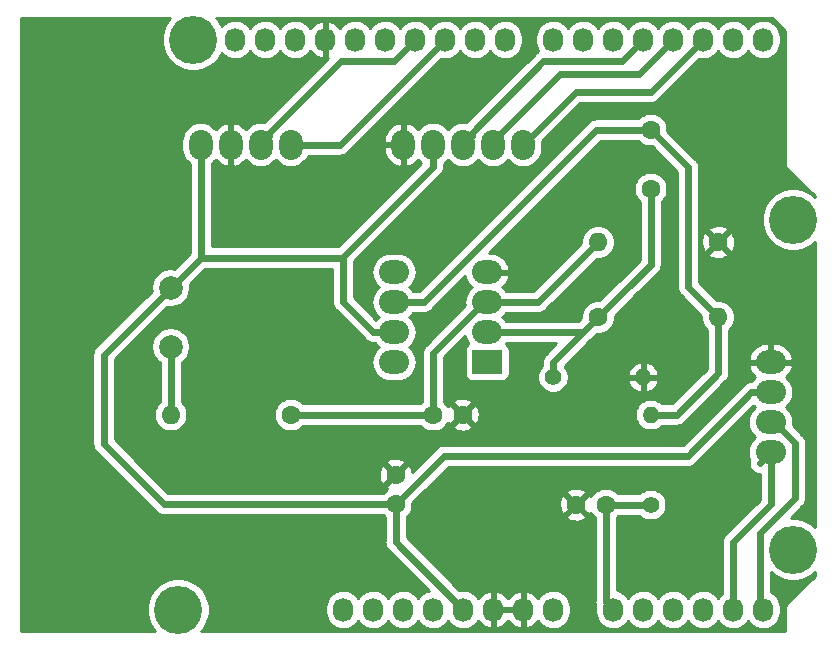
<source format=gbr>
%TF.GenerationSoftware,KiCad,Pcbnew,(5.1.10)-1*%
%TF.CreationDate,2022-03-16T08:40:39+01:00*%
%TF.ProjectId,Shield,53686965-6c64-42e6-9b69-6361645f7063,rev?*%
%TF.SameCoordinates,Original*%
%TF.FileFunction,Copper,L2,Bot*%
%TF.FilePolarity,Positive*%
%FSLAX46Y46*%
G04 Gerber Fmt 4.6, Leading zero omitted, Abs format (unit mm)*
G04 Created by KiCad (PCBNEW (5.1.10)-1) date 2022-03-16 08:40:39*
%MOMM*%
%LPD*%
G01*
G04 APERTURE LIST*
%TA.AperFunction,ComponentPad*%
%ADD10O,2.540000X2.000000*%
%TD*%
%TA.AperFunction,ComponentPad*%
%ADD11O,2.000000X2.540000*%
%TD*%
%TA.AperFunction,ComponentPad*%
%ADD12R,2.540000X2.000000*%
%TD*%
%TA.AperFunction,ComponentPad*%
%ADD13C,2.000000*%
%TD*%
%TA.AperFunction,ComponentPad*%
%ADD14O,1.400000X1.400000*%
%TD*%
%TA.AperFunction,ComponentPad*%
%ADD15C,1.400000*%
%TD*%
%TA.AperFunction,ComponentPad*%
%ADD16O,1.600000X1.600000*%
%TD*%
%TA.AperFunction,ComponentPad*%
%ADD17C,1.600000*%
%TD*%
%TA.AperFunction,ComponentPad*%
%ADD18O,1.727200X2.032000*%
%TD*%
%TA.AperFunction,ComponentPad*%
%ADD19C,4.064000*%
%TD*%
%TA.AperFunction,Conductor*%
%ADD20C,0.600000*%
%TD*%
%TA.AperFunction,Conductor*%
%ADD21C,0.500000*%
%TD*%
%TA.AperFunction,Conductor*%
%ADD22C,0.254000*%
%TD*%
%TA.AperFunction,Conductor*%
%ADD23C,0.100000*%
%TD*%
G04 APERTURE END LIST*
D10*
%TO.P,U3,4*%
%TO.N,SDA*%
X175133000Y-110490000D03*
%TO.P,U3,3*%
%TO.N,SCL*%
X175133000Y-107950000D03*
%TO.P,U3,2*%
%TO.N,+5V*%
X175133000Y-105410000D03*
%TO.P,U3,1*%
%TO.N,GND*%
X175133000Y-102870000D03*
%TD*%
D11*
%TO.P,U4,4*%
%TO.N,RXD*%
X134493000Y-84455000D03*
%TO.P,U4,3*%
%TO.N,TXD*%
X131953000Y-84455000D03*
%TO.P,U4,2*%
%TO.N,GND*%
X129413000Y-84455000D03*
%TO.P,U4,1*%
%TO.N,+5V*%
X126873000Y-84455000D03*
%TD*%
%TO.P,U2,5*%
%TO.N,CLK*%
X154178000Y-84455000D03*
%TO.P,U2,4*%
%TO.N,DT*%
X151638000Y-84455000D03*
%TO.P,U2,3*%
%TO.N,SW*%
X149098000Y-84455000D03*
%TO.P,U2,2*%
%TO.N,+5V*%
X146558000Y-84455000D03*
%TO.P,U2,1*%
%TO.N,GND*%
X144018000Y-84455000D03*
%TD*%
D10*
%TO.P,U1,8*%
%TO.N,Net-(U1-Pad8)*%
X143256000Y-102870000D03*
D12*
%TO.P,U1,1*%
%TO.N,Net-(U1-Pad1)*%
X151130000Y-102870000D03*
D10*
%TO.P,U1,7*%
%TO.N,+5V*%
X143256000Y-100330000D03*
%TO.P,U1,2*%
%TO.N,IN-*%
X151130000Y-100330000D03*
%TO.P,U1,6*%
%TO.N,Net-(C4-Pad1)*%
X143256000Y-97790000D03*
%TO.P,U1,3*%
%TO.N,Net-(C1-Pad1)*%
X151130000Y-97790000D03*
%TO.P,U1,5*%
%TO.N,Net-(U1-Pad5)*%
X143256000Y-95250000D03*
%TO.P,U1,4*%
%TO.N,GND*%
X151130000Y-95250000D03*
%TD*%
D13*
%TO.P,Rsens1,2*%
%TO.N,+5V*%
X124333000Y-96560000D03*
%TO.P,Rsens1,1*%
%TO.N,Net-(R5-Pad2)*%
X124333000Y-101560000D03*
%TD*%
D14*
%TO.P,R6,2*%
%TO.N,Net-(C4-Pad1)*%
X164973000Y-107315000D03*
D15*
%TO.P,R6,1*%
%TO.N,Vadc*%
X164973000Y-114935000D03*
%TD*%
D16*
%TO.P,R5,2*%
%TO.N,Net-(R5-Pad2)*%
X124333000Y-107315000D03*
D17*
%TO.P,R5,1*%
%TO.N,Net-(C1-Pad1)*%
X134493000Y-107315000D03*
%TD*%
D16*
%TO.P,R3,2*%
%TO.N,Net-(C4-Pad1)*%
X170688000Y-99060000D03*
D17*
%TO.P,R3,1*%
%TO.N,IN-*%
X160528000Y-99060000D03*
%TD*%
D14*
%TO.P,R2,2*%
%TO.N,GND*%
X164338000Y-104140000D03*
D15*
%TO.P,R2,1*%
%TO.N,IN-*%
X156718000Y-104140000D03*
%TD*%
D16*
%TO.P,R1,2*%
%TO.N,Net-(C1-Pad1)*%
X160528000Y-92710000D03*
D17*
%TO.P,R1,1*%
%TO.N,GND*%
X170688000Y-92710000D03*
%TD*%
%TO.P,C4,2*%
%TO.N,IN-*%
X164973000Y-88185000D03*
%TO.P,C4,1*%
%TO.N,Net-(C4-Pad1)*%
X164973000Y-83185000D03*
%TD*%
%TO.P,C3,2*%
%TO.N,+5V*%
X143383000Y-114895000D03*
%TO.P,C3,1*%
%TO.N,GND*%
X143383000Y-112395000D03*
%TD*%
%TO.P,C2,2*%
%TO.N,GND*%
X158663000Y-114935000D03*
%TO.P,C2,1*%
%TO.N,Vadc*%
X161163000Y-114935000D03*
%TD*%
%TO.P,C1,2*%
%TO.N,GND*%
X149058000Y-107315000D03*
%TO.P,C1,1*%
%TO.N,Net-(C1-Pad1)*%
X146558000Y-107315000D03*
%TD*%
D18*
%TO.P,P1,1*%
%TO.N,Net-(P1-Pad1)*%
X138938000Y-123825000D03*
%TO.P,P1,2*%
%TO.N,/IOREF*%
X141478000Y-123825000D03*
%TO.P,P1,3*%
%TO.N,/Reset*%
X144018000Y-123825000D03*
%TO.P,P1,4*%
%TO.N,+3V3*%
X146558000Y-123825000D03*
%TO.P,P1,5*%
%TO.N,+5V*%
X149098000Y-123825000D03*
%TO.P,P1,6*%
%TO.N,GND*%
X151638000Y-123825000D03*
%TO.P,P1,7*%
X154178000Y-123825000D03*
%TO.P,P1,8*%
%TO.N,/Vin*%
X156718000Y-123825000D03*
%TD*%
%TO.P,P2,1*%
%TO.N,Vadc*%
X161798000Y-123825000D03*
%TO.P,P2,2*%
%TO.N,/A1*%
X164338000Y-123825000D03*
%TO.P,P2,3*%
%TO.N,/A2*%
X166878000Y-123825000D03*
%TO.P,P2,4*%
%TO.N,/A3*%
X169418000Y-123825000D03*
%TO.P,P2,5*%
%TO.N,SDA*%
X171958000Y-123825000D03*
%TO.P,P2,6*%
%TO.N,SCL*%
X174498000Y-123825000D03*
%TD*%
%TO.P,P3,1*%
%TO.N,Net-(P3-Pad1)*%
X129794000Y-75565000D03*
%TO.P,P3,2*%
%TO.N,Net-(P3-Pad2)*%
X132334000Y-75565000D03*
%TO.P,P3,3*%
%TO.N,/AREF*%
X134874000Y-75565000D03*
%TO.P,P3,4*%
%TO.N,GND*%
X137414000Y-75565000D03*
%TO.P,P3,5*%
%TO.N,/13(SCK)*%
X139954000Y-75565000D03*
%TO.P,P3,6*%
%TO.N,/12(MISO)*%
X142494000Y-75565000D03*
%TO.P,P3,7*%
%TO.N,TXD*%
X145034000Y-75565000D03*
%TO.P,P3,8*%
%TO.N,RXD*%
X147574000Y-75565000D03*
%TO.P,P3,9*%
%TO.N,/9(\u002A\u002A)*%
X150114000Y-75565000D03*
%TO.P,P3,10*%
%TO.N,/8*%
X152654000Y-75565000D03*
%TD*%
%TO.P,P4,1*%
%TO.N,/7*%
X156718000Y-75565000D03*
%TO.P,P4,2*%
%TO.N,/6(\u002A\u002A)*%
X159258000Y-75565000D03*
%TO.P,P4,3*%
%TO.N,/5(\u002A\u002A)*%
X161798000Y-75565000D03*
%TO.P,P4,4*%
%TO.N,SW*%
X164338000Y-75565000D03*
%TO.P,P4,5*%
%TO.N,DT*%
X166878000Y-75565000D03*
%TO.P,P4,6*%
%TO.N,CLK*%
X169418000Y-75565000D03*
%TO.P,P4,7*%
%TO.N,/1(Tx)*%
X171958000Y-75565000D03*
%TO.P,P4,8*%
%TO.N,/0(Rx)*%
X174498000Y-75565000D03*
%TD*%
D19*
%TO.P,P5,1*%
%TO.N,Net-(P5-Pad1)*%
X124968000Y-123825000D03*
%TD*%
%TO.P,P6,1*%
%TO.N,Net-(P6-Pad1)*%
X177038000Y-118745000D03*
%TD*%
%TO.P,P7,1*%
%TO.N,Net-(P7-Pad1)*%
X126238000Y-75565000D03*
%TD*%
%TO.P,P8,1*%
%TO.N,Net-(P8-Pad1)*%
X177038000Y-90805000D03*
%TD*%
D20*
%TO.N,+5V*%
X143383000Y-118110000D02*
X149098000Y-123825000D01*
X143383000Y-114895000D02*
X143383000Y-118110000D01*
X146558000Y-86325000D02*
X146558000Y-84455000D01*
X138938000Y-93945000D02*
X146558000Y-86325000D01*
X138938000Y-97790000D02*
X138938000Y-93945000D01*
X124333000Y-96560000D02*
X118658000Y-102235000D01*
X118658000Y-102235000D02*
X118658000Y-109815000D01*
X123738000Y-114895000D02*
X143383000Y-114895000D01*
X118658000Y-109815000D02*
X123738000Y-114895000D01*
X143531598Y-100330000D02*
X143256000Y-100330000D01*
X143256000Y-100330000D02*
X141478000Y-100330000D01*
X141478000Y-100330000D02*
X138938000Y-97790000D01*
X174247352Y-105410000D02*
X175133000Y-105410000D01*
X173513649Y-105410000D02*
X175133000Y-105410000D01*
X168128650Y-110794999D02*
X173513649Y-105410000D01*
X147483001Y-110794999D02*
X168128650Y-110794999D01*
X143383000Y-114895000D02*
X147483001Y-110794999D01*
X124333000Y-96560000D02*
X126873000Y-94020000D01*
X126873000Y-94020000D02*
X126873000Y-84455000D01*
X138863000Y-94020000D02*
X138938000Y-93945000D01*
X126873000Y-94020000D02*
X138863000Y-94020000D01*
%TO.N,Net-(C1-Pad1)*%
X134493000Y-107315000D02*
X146558000Y-107315000D01*
X150854402Y-97790000D02*
X151130000Y-97790000D01*
X146558000Y-102086402D02*
X150854402Y-97790000D01*
X146558000Y-107315000D02*
X146558000Y-102086402D01*
X155448000Y-97790000D02*
X160528000Y-92710000D01*
X151130000Y-97790000D02*
X155448000Y-97790000D01*
%TO.N,Vadc*%
X161163000Y-114935000D02*
X164973000Y-114935000D01*
X161163000Y-123190000D02*
X161798000Y-123825000D01*
X161163000Y-114935000D02*
X161163000Y-123190000D01*
%TO.N,IN-*%
X159258000Y-100330000D02*
X160528000Y-99060000D01*
X151130000Y-100330000D02*
X159258000Y-100330000D01*
X164973000Y-94615000D02*
X163068000Y-96520000D01*
X164973000Y-88185000D02*
X164973000Y-94615000D01*
X163068000Y-96520000D02*
X160528000Y-99060000D01*
X163148000Y-96440000D02*
X163068000Y-96520000D01*
X156718000Y-102870000D02*
X159258000Y-100330000D01*
X156718000Y-104140000D02*
X156718000Y-102870000D01*
%TO.N,Net-(C4-Pad1)*%
X168148000Y-96520000D02*
X170688000Y-99060000D01*
X168148000Y-86360000D02*
X168148000Y-96520000D01*
X160379402Y-83185000D02*
X164973000Y-83185000D01*
X145774402Y-97790000D02*
X160379402Y-83185000D01*
X143256000Y-97790000D02*
X145774402Y-97790000D01*
X164973000Y-83185000D02*
X168148000Y-86360000D01*
X167193002Y-107315000D02*
X170688000Y-103820002D01*
X170688000Y-103820002D02*
X170688000Y-99060000D01*
X164973000Y-107315000D02*
X167193002Y-107315000D01*
%TO.N,SCL*%
X175133000Y-107950000D02*
X174498000Y-107950000D01*
%TO.N,SDA*%
X175133000Y-110490000D02*
X174205999Y-111417001D01*
X175133000Y-110490000D02*
X175133000Y-114902990D01*
X171958000Y-118077990D02*
X171958000Y-123825000D01*
X175133000Y-114902990D02*
X171958000Y-118077990D01*
%TO.N,SCL*%
X174205999Y-123532999D02*
X174498000Y-123825000D01*
X174205999Y-117385639D02*
X174205999Y-123532999D01*
X177203010Y-114388628D02*
X174205999Y-117385639D01*
X175408598Y-107950000D02*
X175133000Y-107950000D01*
X177203010Y-109744412D02*
X175408598Y-107950000D01*
X177203010Y-114388628D02*
X177203010Y-109744412D01*
D21*
%TO.N,RXD*%
X147828000Y-75819000D02*
X147574000Y-75565000D01*
D20*
X147539099Y-75565000D02*
X147574000Y-75565000D01*
X138649099Y-84455000D02*
X147539099Y-75565000D01*
X134493000Y-84455000D02*
X138649099Y-84455000D01*
D21*
%TO.N,TXD*%
X145288000Y-75819000D02*
X145034000Y-75565000D01*
D20*
X143217990Y-77381010D02*
X145034000Y-75565000D01*
X132692990Y-83439412D02*
X138751392Y-77381010D01*
X138751392Y-77381010D02*
X143217990Y-77381010D01*
X132692990Y-83715010D02*
X132692990Y-83439412D01*
X131953000Y-84455000D02*
X132692990Y-83715010D01*
%TO.N,DT*%
X163961980Y-78481020D02*
X166878000Y-75565000D01*
X157336382Y-78481020D02*
X163961980Y-78481020D01*
X151638000Y-84179402D02*
X157336382Y-78481020D01*
X151638000Y-84455000D02*
X151638000Y-84179402D01*
%TO.N,SW*%
X162521990Y-77381010D02*
X164338000Y-75565000D01*
X155896392Y-77381010D02*
X162521990Y-77381010D01*
X149837990Y-83439412D02*
X155896392Y-77381010D01*
X149837990Y-83715010D02*
X149837990Y-83439412D01*
X149098000Y-84455000D02*
X149837990Y-83715010D01*
%TO.N,CLK*%
X169418000Y-75565000D02*
X164973000Y-80010000D01*
X164973000Y-80010000D02*
X158623000Y-80010000D01*
X158623000Y-80010000D02*
X154178000Y-84455000D01*
%TO.N,Net-(R5-Pad2)*%
X124333000Y-101560000D02*
X124333000Y-107315000D01*
%TD*%
D22*
%TO.N,GND*%
X124166406Y-73864887D02*
X123874536Y-74301702D01*
X123673492Y-74787065D01*
X123571000Y-75302323D01*
X123571000Y-75827677D01*
X123673492Y-76342935D01*
X123874536Y-76828298D01*
X124166406Y-77265113D01*
X124537887Y-77636594D01*
X124974702Y-77928464D01*
X125460065Y-78129508D01*
X125975323Y-78232000D01*
X126500677Y-78232000D01*
X127015935Y-78129508D01*
X127501298Y-77928464D01*
X127938113Y-77636594D01*
X128309594Y-77265113D01*
X128601464Y-76828298D01*
X128657001Y-76694219D01*
X128729203Y-76782197D01*
X128957395Y-76969469D01*
X129217737Y-77108625D01*
X129500224Y-77194316D01*
X129794000Y-77223251D01*
X130087777Y-77194316D01*
X130370264Y-77108625D01*
X130630606Y-76969469D01*
X130858797Y-76782197D01*
X131046069Y-76554006D01*
X131064000Y-76520459D01*
X131081931Y-76554006D01*
X131269203Y-76782197D01*
X131497395Y-76969469D01*
X131757737Y-77108625D01*
X132040224Y-77194316D01*
X132334000Y-77223251D01*
X132627777Y-77194316D01*
X132910264Y-77108625D01*
X133170606Y-76969469D01*
X133398797Y-76782197D01*
X133586069Y-76554006D01*
X133604000Y-76520459D01*
X133621931Y-76554006D01*
X133809203Y-76782197D01*
X134037395Y-76969469D01*
X134297737Y-77108625D01*
X134580224Y-77194316D01*
X134874000Y-77223251D01*
X135167777Y-77194316D01*
X135450264Y-77108625D01*
X135710606Y-76969469D01*
X135938797Y-76782197D01*
X136126069Y-76554006D01*
X136147424Y-76514053D01*
X136295514Y-76716729D01*
X136511965Y-76915733D01*
X136763081Y-77068686D01*
X137039211Y-77169709D01*
X137054974Y-77172358D01*
X137287000Y-77051217D01*
X137287000Y-75692000D01*
X137267000Y-75692000D01*
X137267000Y-75438000D01*
X137287000Y-75438000D01*
X137287000Y-74078783D01*
X137054974Y-73957642D01*
X137039211Y-73960291D01*
X136763081Y-74061314D01*
X136511965Y-74214267D01*
X136295514Y-74413271D01*
X136147424Y-74615947D01*
X136126069Y-74575994D01*
X135938797Y-74347803D01*
X135710605Y-74160531D01*
X135450263Y-74021375D01*
X135167776Y-73935684D01*
X134874000Y-73906749D01*
X134580223Y-73935684D01*
X134297736Y-74021375D01*
X134037394Y-74160531D01*
X133809203Y-74347803D01*
X133621931Y-74575995D01*
X133604000Y-74609541D01*
X133586069Y-74575994D01*
X133398797Y-74347803D01*
X133170605Y-74160531D01*
X132910263Y-74021375D01*
X132627776Y-73935684D01*
X132334000Y-73906749D01*
X132040223Y-73935684D01*
X131757736Y-74021375D01*
X131497394Y-74160531D01*
X131269203Y-74347803D01*
X131081931Y-74575995D01*
X131064000Y-74609541D01*
X131046069Y-74575994D01*
X130858797Y-74347803D01*
X130630605Y-74160531D01*
X130370263Y-74021375D01*
X130087776Y-73935684D01*
X129794000Y-73906749D01*
X129500223Y-73935684D01*
X129217736Y-74021375D01*
X128957394Y-74160531D01*
X128729203Y-74347803D01*
X128657001Y-74435781D01*
X128601464Y-74301702D01*
X128309594Y-73864887D01*
X128179707Y-73735000D01*
X175219909Y-73735000D01*
X176328001Y-74843093D01*
X176328000Y-85944125D01*
X176324565Y-85979000D01*
X176328000Y-86013875D01*
X176328000Y-86013876D01*
X176338273Y-86118183D01*
X176378872Y-86252019D01*
X176444800Y-86375362D01*
X176533525Y-86483474D01*
X176560617Y-86505708D01*
X178868001Y-88813093D01*
X178868001Y-88863294D01*
X178738113Y-88733406D01*
X178301298Y-88441536D01*
X177815935Y-88240492D01*
X177300677Y-88138000D01*
X176775323Y-88138000D01*
X176260065Y-88240492D01*
X175774702Y-88441536D01*
X175337887Y-88733406D01*
X174966406Y-89104887D01*
X174674536Y-89541702D01*
X174473492Y-90027065D01*
X174371000Y-90542323D01*
X174371000Y-91067677D01*
X174473492Y-91582935D01*
X174674536Y-92068298D01*
X174966406Y-92505113D01*
X175337887Y-92876594D01*
X175774702Y-93168464D01*
X176260065Y-93369508D01*
X176775323Y-93472000D01*
X177300677Y-93472000D01*
X177815935Y-93369508D01*
X178301298Y-93168464D01*
X178738113Y-92876594D01*
X178868001Y-92746706D01*
X178868000Y-116803293D01*
X178738113Y-116673406D01*
X178301298Y-116381536D01*
X177815935Y-116180492D01*
X177300677Y-116078000D01*
X176835927Y-116078000D01*
X177831670Y-115082257D01*
X177867354Y-115052972D01*
X177984196Y-114910600D01*
X178046699Y-114793665D01*
X178071017Y-114748169D01*
X178124482Y-114571920D01*
X178142534Y-114388628D01*
X178138010Y-114342693D01*
X178138010Y-109790347D01*
X178142534Y-109744412D01*
X178124482Y-109561120D01*
X178092430Y-109455460D01*
X178071017Y-109384872D01*
X177984196Y-109222440D01*
X177867354Y-109080068D01*
X177831669Y-109050782D01*
X177017666Y-108236779D01*
X177045911Y-107950000D01*
X177014343Y-107629484D01*
X176920852Y-107321285D01*
X176769031Y-107037248D01*
X176564714Y-106788286D01*
X176432767Y-106680000D01*
X176564714Y-106571714D01*
X176769031Y-106322752D01*
X176920852Y-106038715D01*
X177014343Y-105730516D01*
X177045911Y-105410000D01*
X177014343Y-105089484D01*
X176920852Y-104781285D01*
X176769031Y-104497248D01*
X176564714Y-104248286D01*
X176434858Y-104141716D01*
X176648922Y-103936317D01*
X176833010Y-103672761D01*
X176962144Y-103378355D01*
X176993124Y-103250434D01*
X176873777Y-102997000D01*
X175260000Y-102997000D01*
X175260000Y-103017000D01*
X175006000Y-103017000D01*
X175006000Y-102997000D01*
X173392223Y-102997000D01*
X173272876Y-103250434D01*
X173303856Y-103378355D01*
X173432990Y-103672761D01*
X173617078Y-103936317D01*
X173831142Y-104141716D01*
X173701286Y-104248286D01*
X173518544Y-104470958D01*
X173513649Y-104470476D01*
X173330357Y-104488528D01*
X173154108Y-104541993D01*
X173097529Y-104572235D01*
X172991677Y-104628814D01*
X172849305Y-104745656D01*
X172820019Y-104781341D01*
X167741361Y-109859999D01*
X147528932Y-109859999D01*
X147483000Y-109855475D01*
X147299709Y-109873528D01*
X147123461Y-109926992D01*
X146961029Y-110013813D01*
X146818657Y-110130655D01*
X146789377Y-110166333D01*
X144798441Y-112157270D01*
X144781787Y-112044870D01*
X144686603Y-111778708D01*
X144619671Y-111653486D01*
X144375702Y-111581903D01*
X143562605Y-112395000D01*
X143576748Y-112409143D01*
X143397143Y-112588748D01*
X143383000Y-112574605D01*
X142569903Y-113387702D01*
X142641486Y-113631671D01*
X142670341Y-113645324D01*
X142468241Y-113780363D01*
X142288604Y-113960000D01*
X124125289Y-113960000D01*
X122630801Y-112465512D01*
X141942783Y-112465512D01*
X141984213Y-112745130D01*
X142079397Y-113011292D01*
X142146329Y-113136514D01*
X142390298Y-113208097D01*
X143203395Y-112395000D01*
X142390298Y-111581903D01*
X142146329Y-111653486D01*
X142025429Y-111908996D01*
X141956700Y-112183184D01*
X141942783Y-112465512D01*
X122630801Y-112465512D01*
X121567587Y-111402298D01*
X142569903Y-111402298D01*
X143383000Y-112215395D01*
X144196097Y-111402298D01*
X144124514Y-111158329D01*
X143869004Y-111037429D01*
X143594816Y-110968700D01*
X143312488Y-110954783D01*
X143032870Y-110996213D01*
X142766708Y-111091397D01*
X142641486Y-111158329D01*
X142569903Y-111402298D01*
X121567587Y-111402298D01*
X119593000Y-109427711D01*
X119593000Y-102622289D01*
X120816322Y-101398967D01*
X122698000Y-101398967D01*
X122698000Y-101721033D01*
X122760832Y-102036912D01*
X122884082Y-102334463D01*
X123063013Y-102602252D01*
X123290748Y-102829987D01*
X123398000Y-102901651D01*
X123398001Y-106220603D01*
X123218363Y-106400241D01*
X123061320Y-106635273D01*
X122953147Y-106896426D01*
X122898000Y-107173665D01*
X122898000Y-107456335D01*
X122953147Y-107733574D01*
X123061320Y-107994727D01*
X123218363Y-108229759D01*
X123418241Y-108429637D01*
X123653273Y-108586680D01*
X123914426Y-108694853D01*
X124191665Y-108750000D01*
X124474335Y-108750000D01*
X124751574Y-108694853D01*
X125012727Y-108586680D01*
X125247759Y-108429637D01*
X125447637Y-108229759D01*
X125604680Y-107994727D01*
X125712853Y-107733574D01*
X125768000Y-107456335D01*
X125768000Y-107173665D01*
X125712853Y-106896426D01*
X125604680Y-106635273D01*
X125447637Y-106400241D01*
X125268000Y-106220604D01*
X125268000Y-102901651D01*
X125375252Y-102829987D01*
X125602987Y-102602252D01*
X125781918Y-102334463D01*
X125905168Y-102036912D01*
X125968000Y-101721033D01*
X125968000Y-101398967D01*
X125905168Y-101083088D01*
X125781918Y-100785537D01*
X125602987Y-100517748D01*
X125375252Y-100290013D01*
X125107463Y-100111082D01*
X124809912Y-99987832D01*
X124494033Y-99925000D01*
X124171967Y-99925000D01*
X123856088Y-99987832D01*
X123558537Y-100111082D01*
X123290748Y-100290013D01*
X123063013Y-100517748D01*
X122884082Y-100785537D01*
X122760832Y-101083088D01*
X122698000Y-101398967D01*
X120816322Y-101398967D01*
X124045454Y-98169835D01*
X124171967Y-98195000D01*
X124494033Y-98195000D01*
X124809912Y-98132168D01*
X125107463Y-98008918D01*
X125375252Y-97829987D01*
X125602987Y-97602252D01*
X125781918Y-97334463D01*
X125905168Y-97036912D01*
X125968000Y-96721033D01*
X125968000Y-96398967D01*
X125942835Y-96272454D01*
X127260290Y-94955000D01*
X138003001Y-94955000D01*
X138003000Y-97744068D01*
X137998476Y-97790000D01*
X138003000Y-97835931D01*
X138016529Y-97973291D01*
X138069993Y-98149539D01*
X138156814Y-98311971D01*
X138273656Y-98454344D01*
X138309341Y-98483630D01*
X140784374Y-100958664D01*
X140813656Y-100994344D01*
X140956028Y-101111186D01*
X141118460Y-101198007D01*
X141230283Y-101231928D01*
X141294707Y-101251471D01*
X141313110Y-101253283D01*
X141432068Y-101265000D01*
X141432074Y-101265000D01*
X141477999Y-101269523D01*
X141523924Y-101265000D01*
X141638227Y-101265000D01*
X141824286Y-101491714D01*
X141956233Y-101600000D01*
X141824286Y-101708286D01*
X141619969Y-101957248D01*
X141468148Y-102241285D01*
X141374657Y-102549484D01*
X141343089Y-102870000D01*
X141374657Y-103190516D01*
X141468148Y-103498715D01*
X141619969Y-103782752D01*
X141824286Y-104031714D01*
X142073248Y-104236031D01*
X142357285Y-104387852D01*
X142665484Y-104481343D01*
X142905678Y-104505000D01*
X143606322Y-104505000D01*
X143846516Y-104481343D01*
X144154715Y-104387852D01*
X144438752Y-104236031D01*
X144687714Y-104031714D01*
X144892031Y-103782752D01*
X145043852Y-103498715D01*
X145137343Y-103190516D01*
X145168911Y-102870000D01*
X145137343Y-102549484D01*
X145043852Y-102241285D01*
X144892031Y-101957248D01*
X144687714Y-101708286D01*
X144555767Y-101600000D01*
X144687714Y-101491714D01*
X144892031Y-101242752D01*
X145043852Y-100958715D01*
X145137343Y-100650516D01*
X145168911Y-100330000D01*
X145137343Y-100009484D01*
X145043852Y-99701285D01*
X144892031Y-99417248D01*
X144687714Y-99168286D01*
X144555767Y-99060000D01*
X144687714Y-98951714D01*
X144873773Y-98725000D01*
X145728470Y-98725000D01*
X145774402Y-98729524D01*
X145820334Y-98725000D01*
X145957694Y-98711471D01*
X146133942Y-98658007D01*
X146296374Y-98571186D01*
X146438746Y-98454344D01*
X146468032Y-98418659D01*
X149281998Y-95604693D01*
X149269876Y-95630434D01*
X149300856Y-95758355D01*
X149429990Y-96052761D01*
X149614078Y-96316317D01*
X149828142Y-96521716D01*
X149698286Y-96628286D01*
X149493969Y-96877248D01*
X149342148Y-97161285D01*
X149248657Y-97469484D01*
X149217089Y-97790000D01*
X149245334Y-98076779D01*
X145929336Y-101392777D01*
X145893657Y-101422058D01*
X145776815Y-101564430D01*
X145754417Y-101606334D01*
X145689994Y-101726862D01*
X145636529Y-101903111D01*
X145618476Y-102086402D01*
X145623001Y-102132344D01*
X145623000Y-106220604D01*
X145463604Y-106380000D01*
X135587396Y-106380000D01*
X135407759Y-106200363D01*
X135172727Y-106043320D01*
X134911574Y-105935147D01*
X134634335Y-105880000D01*
X134351665Y-105880000D01*
X134074426Y-105935147D01*
X133813273Y-106043320D01*
X133578241Y-106200363D01*
X133378363Y-106400241D01*
X133221320Y-106635273D01*
X133113147Y-106896426D01*
X133058000Y-107173665D01*
X133058000Y-107456335D01*
X133113147Y-107733574D01*
X133221320Y-107994727D01*
X133378363Y-108229759D01*
X133578241Y-108429637D01*
X133813273Y-108586680D01*
X134074426Y-108694853D01*
X134351665Y-108750000D01*
X134634335Y-108750000D01*
X134911574Y-108694853D01*
X135172727Y-108586680D01*
X135407759Y-108429637D01*
X135587396Y-108250000D01*
X145463604Y-108250000D01*
X145643241Y-108429637D01*
X145878273Y-108586680D01*
X146139426Y-108694853D01*
X146416665Y-108750000D01*
X146699335Y-108750000D01*
X146976574Y-108694853D01*
X147237727Y-108586680D01*
X147472759Y-108429637D01*
X147594694Y-108307702D01*
X148244903Y-108307702D01*
X148316486Y-108551671D01*
X148571996Y-108672571D01*
X148846184Y-108741300D01*
X149128512Y-108755217D01*
X149408130Y-108713787D01*
X149674292Y-108618603D01*
X149799514Y-108551671D01*
X149871097Y-108307702D01*
X149058000Y-107494605D01*
X148244903Y-108307702D01*
X147594694Y-108307702D01*
X147672637Y-108229759D01*
X147806692Y-108029131D01*
X147821329Y-108056514D01*
X148065298Y-108128097D01*
X148878395Y-107315000D01*
X149237605Y-107315000D01*
X150050702Y-108128097D01*
X150294671Y-108056514D01*
X150415571Y-107801004D01*
X150484300Y-107526816D01*
X150498217Y-107244488D01*
X150456787Y-106964870D01*
X150361603Y-106698708D01*
X150294671Y-106573486D01*
X150050702Y-106501903D01*
X149237605Y-107315000D01*
X148878395Y-107315000D01*
X148065298Y-106501903D01*
X147821329Y-106573486D01*
X147807676Y-106602341D01*
X147672637Y-106400241D01*
X147594694Y-106322298D01*
X148244903Y-106322298D01*
X149058000Y-107135395D01*
X149871097Y-106322298D01*
X149799514Y-106078329D01*
X149544004Y-105957429D01*
X149269816Y-105888700D01*
X148987488Y-105874783D01*
X148707870Y-105916213D01*
X148441708Y-106011397D01*
X148316486Y-106078329D01*
X148244903Y-106322298D01*
X147594694Y-106322298D01*
X147493000Y-106220604D01*
X147493000Y-102473691D01*
X149264371Y-100702320D01*
X149342148Y-100958715D01*
X149493969Y-101242752D01*
X149552655Y-101314261D01*
X149505506Y-101339463D01*
X149408815Y-101418815D01*
X149329463Y-101515506D01*
X149270498Y-101625820D01*
X149234188Y-101745518D01*
X149221928Y-101870000D01*
X149221928Y-103870000D01*
X149234188Y-103994482D01*
X149270498Y-104114180D01*
X149329463Y-104224494D01*
X149408815Y-104321185D01*
X149505506Y-104400537D01*
X149615820Y-104459502D01*
X149735518Y-104495812D01*
X149860000Y-104508072D01*
X152400000Y-104508072D01*
X152524482Y-104495812D01*
X152644180Y-104459502D01*
X152754494Y-104400537D01*
X152851185Y-104321185D01*
X152930537Y-104224494D01*
X152989502Y-104114180D01*
X153025812Y-103994482D01*
X153038072Y-103870000D01*
X153038072Y-101870000D01*
X153025812Y-101745518D01*
X152989502Y-101625820D01*
X152930537Y-101515506D01*
X152851185Y-101418815D01*
X152754494Y-101339463D01*
X152707345Y-101314261D01*
X152747773Y-101265000D01*
X157000711Y-101265000D01*
X156089336Y-102176375D01*
X156053657Y-102205656D01*
X155936815Y-102348028D01*
X155861162Y-102489566D01*
X155849994Y-102510460D01*
X155796529Y-102686709D01*
X155778476Y-102870000D01*
X155783001Y-102915941D01*
X155783001Y-103187024D01*
X155681038Y-103288987D01*
X155534939Y-103507641D01*
X155434304Y-103750595D01*
X155383000Y-104008514D01*
X155383000Y-104271486D01*
X155434304Y-104529405D01*
X155534939Y-104772359D01*
X155681038Y-104991013D01*
X155866987Y-105176962D01*
X156085641Y-105323061D01*
X156328595Y-105423696D01*
X156586514Y-105475000D01*
X156849486Y-105475000D01*
X157107405Y-105423696D01*
X157350359Y-105323061D01*
X157569013Y-105176962D01*
X157754962Y-104991013D01*
X157901061Y-104772359D01*
X158001696Y-104529405D01*
X158012850Y-104473329D01*
X163045284Y-104473329D01*
X163077953Y-104581044D01*
X163188208Y-104818392D01*
X163342649Y-105029670D01*
X163535340Y-105206759D01*
X163758877Y-105342853D01*
X164004670Y-105432722D01*
X164211000Y-105310201D01*
X164211000Y-104267000D01*
X164465000Y-104267000D01*
X164465000Y-105310201D01*
X164671330Y-105432722D01*
X164917123Y-105342853D01*
X165140660Y-105206759D01*
X165333351Y-105029670D01*
X165487792Y-104818392D01*
X165598047Y-104581044D01*
X165630716Y-104473329D01*
X165507374Y-104267000D01*
X164465000Y-104267000D01*
X164211000Y-104267000D01*
X163168626Y-104267000D01*
X163045284Y-104473329D01*
X158012850Y-104473329D01*
X158053000Y-104271486D01*
X158053000Y-104008514D01*
X158012851Y-103806671D01*
X163045284Y-103806671D01*
X163168626Y-104013000D01*
X164211000Y-104013000D01*
X164211000Y-102969799D01*
X164465000Y-102969799D01*
X164465000Y-104013000D01*
X165507374Y-104013000D01*
X165630716Y-103806671D01*
X165598047Y-103698956D01*
X165487792Y-103461608D01*
X165333351Y-103250330D01*
X165140660Y-103073241D01*
X164917123Y-102937147D01*
X164671330Y-102847278D01*
X164465000Y-102969799D01*
X164211000Y-102969799D01*
X164004670Y-102847278D01*
X163758877Y-102937147D01*
X163535340Y-103073241D01*
X163342649Y-103250330D01*
X163188208Y-103461608D01*
X163077953Y-103698956D01*
X163045284Y-103806671D01*
X158012851Y-103806671D01*
X158001696Y-103750595D01*
X157901061Y-103507641D01*
X157754962Y-103288987D01*
X157688132Y-103222157D01*
X159886664Y-101023626D01*
X159922344Y-100994344D01*
X159951630Y-100958659D01*
X160415289Y-100495000D01*
X160669335Y-100495000D01*
X160946574Y-100439853D01*
X161207727Y-100331680D01*
X161442759Y-100174637D01*
X161642637Y-99974759D01*
X161799680Y-99739727D01*
X161907853Y-99478574D01*
X161963000Y-99201335D01*
X161963000Y-98947289D01*
X163761623Y-97148667D01*
X163761628Y-97148661D01*
X165601659Y-95308630D01*
X165637344Y-95279344D01*
X165754186Y-95136972D01*
X165841007Y-94974540D01*
X165894471Y-94798292D01*
X165908000Y-94660932D01*
X165912524Y-94615000D01*
X165908000Y-94569068D01*
X165908000Y-89279396D01*
X166087637Y-89099759D01*
X166244680Y-88864727D01*
X166352853Y-88603574D01*
X166408000Y-88326335D01*
X166408000Y-88043665D01*
X166352853Y-87766426D01*
X166244680Y-87505273D01*
X166087637Y-87270241D01*
X165887759Y-87070363D01*
X165652727Y-86913320D01*
X165391574Y-86805147D01*
X165114335Y-86750000D01*
X164831665Y-86750000D01*
X164554426Y-86805147D01*
X164293273Y-86913320D01*
X164058241Y-87070363D01*
X163858363Y-87270241D01*
X163701320Y-87505273D01*
X163593147Y-87766426D01*
X163538000Y-88043665D01*
X163538000Y-88326335D01*
X163593147Y-88603574D01*
X163701320Y-88864727D01*
X163858363Y-89099759D01*
X164038000Y-89279396D01*
X164038001Y-94227710D01*
X162439339Y-95826372D01*
X162439333Y-95826377D01*
X160640711Y-97625000D01*
X160386665Y-97625000D01*
X160109426Y-97680147D01*
X159848273Y-97788320D01*
X159613241Y-97945363D01*
X159413363Y-98145241D01*
X159256320Y-98380273D01*
X159148147Y-98641426D01*
X159093000Y-98918665D01*
X159093000Y-99172711D01*
X158870711Y-99395000D01*
X152747773Y-99395000D01*
X152561714Y-99168286D01*
X152429767Y-99060000D01*
X152561714Y-98951714D01*
X152747773Y-98725000D01*
X155402068Y-98725000D01*
X155448000Y-98729524D01*
X155493932Y-98725000D01*
X155631292Y-98711471D01*
X155807540Y-98658007D01*
X155969972Y-98571186D01*
X156112344Y-98454344D01*
X156141630Y-98418659D01*
X160415289Y-94145000D01*
X160669335Y-94145000D01*
X160946574Y-94089853D01*
X161207727Y-93981680D01*
X161442759Y-93824637D01*
X161642637Y-93624759D01*
X161799680Y-93389727D01*
X161907853Y-93128574D01*
X161963000Y-92851335D01*
X161963000Y-92568665D01*
X161907853Y-92291426D01*
X161799680Y-92030273D01*
X161642637Y-91795241D01*
X161442759Y-91595363D01*
X161207727Y-91438320D01*
X160946574Y-91330147D01*
X160669335Y-91275000D01*
X160386665Y-91275000D01*
X160109426Y-91330147D01*
X159848273Y-91438320D01*
X159613241Y-91595363D01*
X159413363Y-91795241D01*
X159256320Y-92030273D01*
X159148147Y-92291426D01*
X159093000Y-92568665D01*
X159093000Y-92822711D01*
X155060711Y-96855000D01*
X152747773Y-96855000D01*
X152561714Y-96628286D01*
X152431858Y-96521716D01*
X152645922Y-96316317D01*
X152830010Y-96052761D01*
X152959144Y-95758355D01*
X152990124Y-95630434D01*
X152870777Y-95377000D01*
X151257000Y-95377000D01*
X151257000Y-95397000D01*
X151003000Y-95397000D01*
X151003000Y-95377000D01*
X150983000Y-95377000D01*
X150983000Y-95123000D01*
X151003000Y-95123000D01*
X151003000Y-95103000D01*
X151257000Y-95103000D01*
X151257000Y-95123000D01*
X152870777Y-95123000D01*
X152990124Y-94869566D01*
X152959144Y-94741645D01*
X152830010Y-94447239D01*
X152645922Y-94183683D01*
X152413954Y-93961105D01*
X152143020Y-93788058D01*
X151843532Y-93671193D01*
X151527000Y-93615000D01*
X151271691Y-93615000D01*
X160766692Y-84120000D01*
X163878604Y-84120000D01*
X164058241Y-84299637D01*
X164293273Y-84456680D01*
X164554426Y-84564853D01*
X164831665Y-84620000D01*
X165085711Y-84620000D01*
X167213000Y-86747290D01*
X167213001Y-96474058D01*
X167208476Y-96520000D01*
X167226529Y-96703291D01*
X167272550Y-96855000D01*
X167279994Y-96879540D01*
X167366815Y-97041972D01*
X167483657Y-97184344D01*
X167519336Y-97213625D01*
X169253000Y-98947290D01*
X169253000Y-99201335D01*
X169308147Y-99478574D01*
X169416320Y-99739727D01*
X169573363Y-99974759D01*
X169753001Y-100154397D01*
X169753000Y-103432713D01*
X166805713Y-106380000D01*
X165925975Y-106380000D01*
X165824013Y-106278038D01*
X165605359Y-106131939D01*
X165362405Y-106031304D01*
X165104486Y-105980000D01*
X164841514Y-105980000D01*
X164583595Y-106031304D01*
X164340641Y-106131939D01*
X164121987Y-106278038D01*
X163936038Y-106463987D01*
X163789939Y-106682641D01*
X163689304Y-106925595D01*
X163638000Y-107183514D01*
X163638000Y-107446486D01*
X163689304Y-107704405D01*
X163789939Y-107947359D01*
X163936038Y-108166013D01*
X164121987Y-108351962D01*
X164340641Y-108498061D01*
X164583595Y-108598696D01*
X164841514Y-108650000D01*
X165104486Y-108650000D01*
X165362405Y-108598696D01*
X165605359Y-108498061D01*
X165824013Y-108351962D01*
X165925975Y-108250000D01*
X167147070Y-108250000D01*
X167193002Y-108254524D01*
X167238934Y-108250000D01*
X167376294Y-108236471D01*
X167552542Y-108183007D01*
X167714974Y-108096186D01*
X167857346Y-107979344D01*
X167886632Y-107943659D01*
X171316660Y-104513631D01*
X171352344Y-104484346D01*
X171469186Y-104341974D01*
X171552592Y-104185932D01*
X171556007Y-104179543D01*
X171609472Y-104003294D01*
X171627524Y-103820002D01*
X171623000Y-103774067D01*
X171623000Y-102489566D01*
X173272876Y-102489566D01*
X173392223Y-102743000D01*
X175006000Y-102743000D01*
X175006000Y-101235000D01*
X175260000Y-101235000D01*
X175260000Y-102743000D01*
X176873777Y-102743000D01*
X176993124Y-102489566D01*
X176962144Y-102361645D01*
X176833010Y-102067239D01*
X176648922Y-101803683D01*
X176416954Y-101581105D01*
X176146020Y-101408058D01*
X175846532Y-101291193D01*
X175530000Y-101235000D01*
X175260000Y-101235000D01*
X175006000Y-101235000D01*
X174736000Y-101235000D01*
X174419468Y-101291193D01*
X174119980Y-101408058D01*
X173849046Y-101581105D01*
X173617078Y-101803683D01*
X173432990Y-102067239D01*
X173303856Y-102361645D01*
X173272876Y-102489566D01*
X171623000Y-102489566D01*
X171623000Y-100154396D01*
X171802637Y-99974759D01*
X171959680Y-99739727D01*
X172067853Y-99478574D01*
X172123000Y-99201335D01*
X172123000Y-98918665D01*
X172067853Y-98641426D01*
X171959680Y-98380273D01*
X171802637Y-98145241D01*
X171602759Y-97945363D01*
X171367727Y-97788320D01*
X171106574Y-97680147D01*
X170829335Y-97625000D01*
X170575290Y-97625000D01*
X169083000Y-96132711D01*
X169083000Y-93702702D01*
X169874903Y-93702702D01*
X169946486Y-93946671D01*
X170201996Y-94067571D01*
X170476184Y-94136300D01*
X170758512Y-94150217D01*
X171038130Y-94108787D01*
X171304292Y-94013603D01*
X171429514Y-93946671D01*
X171501097Y-93702702D01*
X170688000Y-92889605D01*
X169874903Y-93702702D01*
X169083000Y-93702702D01*
X169083000Y-92780512D01*
X169247783Y-92780512D01*
X169289213Y-93060130D01*
X169384397Y-93326292D01*
X169451329Y-93451514D01*
X169695298Y-93523097D01*
X170508395Y-92710000D01*
X170867605Y-92710000D01*
X171680702Y-93523097D01*
X171924671Y-93451514D01*
X172045571Y-93196004D01*
X172114300Y-92921816D01*
X172128217Y-92639488D01*
X172086787Y-92359870D01*
X171991603Y-92093708D01*
X171924671Y-91968486D01*
X171680702Y-91896903D01*
X170867605Y-92710000D01*
X170508395Y-92710000D01*
X169695298Y-91896903D01*
X169451329Y-91968486D01*
X169330429Y-92223996D01*
X169261700Y-92498184D01*
X169247783Y-92780512D01*
X169083000Y-92780512D01*
X169083000Y-91717298D01*
X169874903Y-91717298D01*
X170688000Y-92530395D01*
X171501097Y-91717298D01*
X171429514Y-91473329D01*
X171174004Y-91352429D01*
X170899816Y-91283700D01*
X170617488Y-91269783D01*
X170337870Y-91311213D01*
X170071708Y-91406397D01*
X169946486Y-91473329D01*
X169874903Y-91717298D01*
X169083000Y-91717298D01*
X169083000Y-86405931D01*
X169087524Y-86359999D01*
X169069471Y-86176707D01*
X169043481Y-86091031D01*
X169016007Y-86000460D01*
X168929186Y-85838028D01*
X168812344Y-85695656D01*
X168776666Y-85666376D01*
X166408000Y-83297711D01*
X166408000Y-83043665D01*
X166352853Y-82766426D01*
X166244680Y-82505273D01*
X166087637Y-82270241D01*
X165887759Y-82070363D01*
X165652727Y-81913320D01*
X165391574Y-81805147D01*
X165114335Y-81750000D01*
X164831665Y-81750000D01*
X164554426Y-81805147D01*
X164293273Y-81913320D01*
X164058241Y-82070363D01*
X163878604Y-82250000D01*
X160425333Y-82250000D01*
X160379401Y-82245476D01*
X160196109Y-82263529D01*
X160173983Y-82270241D01*
X160019862Y-82316993D01*
X159857430Y-82403814D01*
X159715058Y-82520656D01*
X159685777Y-82556335D01*
X145387113Y-96855000D01*
X144873773Y-96855000D01*
X144687714Y-96628286D01*
X144555767Y-96520000D01*
X144687714Y-96411714D01*
X144892031Y-96162752D01*
X145043852Y-95878715D01*
X145137343Y-95570516D01*
X145168911Y-95250000D01*
X145137343Y-94929484D01*
X145043852Y-94621285D01*
X144892031Y-94337248D01*
X144687714Y-94088286D01*
X144438752Y-93883969D01*
X144154715Y-93732148D01*
X143846516Y-93638657D01*
X143606322Y-93615000D01*
X142905678Y-93615000D01*
X142665484Y-93638657D01*
X142357285Y-93732148D01*
X142073248Y-93883969D01*
X141824286Y-94088286D01*
X141619969Y-94337248D01*
X141468148Y-94621285D01*
X141374657Y-94929484D01*
X141343089Y-95250000D01*
X141374657Y-95570516D01*
X141468148Y-95878715D01*
X141619969Y-96162752D01*
X141824286Y-96411714D01*
X141956233Y-96520000D01*
X141824286Y-96628286D01*
X141619969Y-96877248D01*
X141468148Y-97161285D01*
X141374657Y-97469484D01*
X141343089Y-97790000D01*
X141374657Y-98110516D01*
X141468148Y-98418715D01*
X141619969Y-98702752D01*
X141824286Y-98951714D01*
X141956233Y-99060000D01*
X141824286Y-99168286D01*
X141740577Y-99270287D01*
X139873000Y-97402711D01*
X139873000Y-94332289D01*
X147186666Y-87018624D01*
X147222344Y-86989344D01*
X147339186Y-86846972D01*
X147426007Y-86684540D01*
X147479471Y-86508292D01*
X147481915Y-86483475D01*
X147497524Y-86325001D01*
X147493000Y-86279069D01*
X147493000Y-86072773D01*
X147719714Y-85886714D01*
X147828000Y-85754767D01*
X147936286Y-85886714D01*
X148185249Y-86091031D01*
X148469286Y-86242852D01*
X148777485Y-86336343D01*
X149098000Y-86367911D01*
X149418516Y-86336343D01*
X149726715Y-86242852D01*
X150010752Y-86091031D01*
X150259714Y-85886714D01*
X150368000Y-85754767D01*
X150476286Y-85886714D01*
X150725249Y-86091031D01*
X151009286Y-86242852D01*
X151317485Y-86336343D01*
X151638000Y-86367911D01*
X151958516Y-86336343D01*
X152266715Y-86242852D01*
X152550752Y-86091031D01*
X152799714Y-85886714D01*
X152908000Y-85754767D01*
X153016286Y-85886714D01*
X153265249Y-86091031D01*
X153549286Y-86242852D01*
X153857485Y-86336343D01*
X154178000Y-86367911D01*
X154498516Y-86336343D01*
X154806715Y-86242852D01*
X155090752Y-86091031D01*
X155339714Y-85886714D01*
X155544031Y-85637752D01*
X155695852Y-85353715D01*
X155789343Y-85045515D01*
X155813000Y-84805321D01*
X155813000Y-84142289D01*
X159010290Y-80945000D01*
X164927068Y-80945000D01*
X164973000Y-80949524D01*
X165018932Y-80945000D01*
X165156292Y-80931471D01*
X165332540Y-80878007D01*
X165494972Y-80791186D01*
X165637344Y-80674344D01*
X165666630Y-80638659D01*
X169114058Y-77191232D01*
X169124224Y-77194316D01*
X169418000Y-77223251D01*
X169711777Y-77194316D01*
X169994264Y-77108625D01*
X170254606Y-76969469D01*
X170482797Y-76782197D01*
X170670069Y-76554006D01*
X170688000Y-76520459D01*
X170705931Y-76554006D01*
X170893203Y-76782197D01*
X171121395Y-76969469D01*
X171381737Y-77108625D01*
X171664224Y-77194316D01*
X171958000Y-77223251D01*
X172251777Y-77194316D01*
X172534264Y-77108625D01*
X172794606Y-76969469D01*
X173022797Y-76782197D01*
X173210069Y-76554006D01*
X173228000Y-76520459D01*
X173245931Y-76554006D01*
X173433203Y-76782197D01*
X173661395Y-76969469D01*
X173921737Y-77108625D01*
X174204224Y-77194316D01*
X174498000Y-77223251D01*
X174791777Y-77194316D01*
X175074264Y-77108625D01*
X175334606Y-76969469D01*
X175562797Y-76782197D01*
X175750069Y-76554006D01*
X175889225Y-76293663D01*
X175974916Y-76011176D01*
X175996600Y-75791018D01*
X175996600Y-75338981D01*
X175974916Y-75118823D01*
X175889225Y-74836336D01*
X175750069Y-74575994D01*
X175562797Y-74347803D01*
X175334605Y-74160531D01*
X175074263Y-74021375D01*
X174791776Y-73935684D01*
X174498000Y-73906749D01*
X174204223Y-73935684D01*
X173921736Y-74021375D01*
X173661394Y-74160531D01*
X173433203Y-74347803D01*
X173245931Y-74575995D01*
X173228000Y-74609541D01*
X173210069Y-74575994D01*
X173022797Y-74347803D01*
X172794605Y-74160531D01*
X172534263Y-74021375D01*
X172251776Y-73935684D01*
X171958000Y-73906749D01*
X171664223Y-73935684D01*
X171381736Y-74021375D01*
X171121394Y-74160531D01*
X170893203Y-74347803D01*
X170705931Y-74575995D01*
X170688000Y-74609541D01*
X170670069Y-74575994D01*
X170482797Y-74347803D01*
X170254605Y-74160531D01*
X169994263Y-74021375D01*
X169711776Y-73935684D01*
X169418000Y-73906749D01*
X169124223Y-73935684D01*
X168841736Y-74021375D01*
X168581394Y-74160531D01*
X168353203Y-74347803D01*
X168165931Y-74575995D01*
X168148000Y-74609541D01*
X168130069Y-74575994D01*
X167942797Y-74347803D01*
X167714605Y-74160531D01*
X167454263Y-74021375D01*
X167171776Y-73935684D01*
X166878000Y-73906749D01*
X166584223Y-73935684D01*
X166301736Y-74021375D01*
X166041394Y-74160531D01*
X165813203Y-74347803D01*
X165625931Y-74575995D01*
X165608000Y-74609541D01*
X165590069Y-74575994D01*
X165402797Y-74347803D01*
X165174605Y-74160531D01*
X164914263Y-74021375D01*
X164631776Y-73935684D01*
X164338000Y-73906749D01*
X164044223Y-73935684D01*
X163761736Y-74021375D01*
X163501394Y-74160531D01*
X163273203Y-74347803D01*
X163085931Y-74575995D01*
X163068000Y-74609541D01*
X163050069Y-74575994D01*
X162862797Y-74347803D01*
X162634605Y-74160531D01*
X162374263Y-74021375D01*
X162091776Y-73935684D01*
X161798000Y-73906749D01*
X161504223Y-73935684D01*
X161221736Y-74021375D01*
X160961394Y-74160531D01*
X160733203Y-74347803D01*
X160545931Y-74575995D01*
X160528000Y-74609541D01*
X160510069Y-74575994D01*
X160322797Y-74347803D01*
X160094605Y-74160531D01*
X159834263Y-74021375D01*
X159551776Y-73935684D01*
X159258000Y-73906749D01*
X158964223Y-73935684D01*
X158681736Y-74021375D01*
X158421394Y-74160531D01*
X158193203Y-74347803D01*
X158005931Y-74575995D01*
X157988000Y-74609541D01*
X157970069Y-74575994D01*
X157782797Y-74347803D01*
X157554605Y-74160531D01*
X157294263Y-74021375D01*
X157011776Y-73935684D01*
X156718000Y-73906749D01*
X156424223Y-73935684D01*
X156141736Y-74021375D01*
X155881394Y-74160531D01*
X155653203Y-74347803D01*
X155465931Y-74575995D01*
X155326775Y-74836337D01*
X155241084Y-75118824D01*
X155219400Y-75338982D01*
X155219400Y-75791019D01*
X155241084Y-76011177D01*
X155326775Y-76293664D01*
X155464644Y-76551599D01*
X155374420Y-76599824D01*
X155232048Y-76716666D01*
X155202768Y-76752344D01*
X149384779Y-82570334D01*
X149098000Y-82542089D01*
X148777484Y-82573657D01*
X148469285Y-82667148D01*
X148185248Y-82818969D01*
X147936286Y-83023286D01*
X147828000Y-83155234D01*
X147719714Y-83023286D01*
X147470751Y-82818969D01*
X147186714Y-82667148D01*
X146878515Y-82573657D01*
X146558000Y-82542089D01*
X146237484Y-82573657D01*
X145929285Y-82667148D01*
X145645248Y-82818969D01*
X145396286Y-83023286D01*
X145289716Y-83153143D01*
X145084317Y-82939078D01*
X144820761Y-82754990D01*
X144526355Y-82625856D01*
X144398434Y-82594876D01*
X144145000Y-82714223D01*
X144145000Y-84328000D01*
X144165000Y-84328000D01*
X144165000Y-84582000D01*
X144145000Y-84582000D01*
X144145000Y-86195777D01*
X144398434Y-86315124D01*
X144526355Y-86284144D01*
X144820761Y-86155010D01*
X145084317Y-85970922D01*
X145289716Y-85756858D01*
X145396286Y-85886714D01*
X145548818Y-86011892D01*
X138475711Y-93085000D01*
X127808000Y-93085000D01*
X127808000Y-86072773D01*
X128034714Y-85886714D01*
X128141284Y-85756858D01*
X128346683Y-85970922D01*
X128610239Y-86155010D01*
X128904645Y-86284144D01*
X129032566Y-86315124D01*
X129286000Y-86195777D01*
X129286000Y-84582000D01*
X129266000Y-84582000D01*
X129266000Y-84328000D01*
X129286000Y-84328000D01*
X129286000Y-82714223D01*
X129540000Y-82714223D01*
X129540000Y-84328000D01*
X129560000Y-84328000D01*
X129560000Y-84582000D01*
X129540000Y-84582000D01*
X129540000Y-86195777D01*
X129793434Y-86315124D01*
X129921355Y-86284144D01*
X130215761Y-86155010D01*
X130479317Y-85970922D01*
X130684716Y-85756858D01*
X130791286Y-85886714D01*
X131040249Y-86091031D01*
X131324286Y-86242852D01*
X131632485Y-86336343D01*
X131953000Y-86367911D01*
X132273516Y-86336343D01*
X132581715Y-86242852D01*
X132865752Y-86091031D01*
X133114714Y-85886714D01*
X133223000Y-85754767D01*
X133331286Y-85886714D01*
X133580249Y-86091031D01*
X133864286Y-86242852D01*
X134172485Y-86336343D01*
X134493000Y-86367911D01*
X134813516Y-86336343D01*
X135121715Y-86242852D01*
X135405752Y-86091031D01*
X135654714Y-85886714D01*
X135859031Y-85637752D01*
X135991457Y-85390000D01*
X138603167Y-85390000D01*
X138649099Y-85394524D01*
X138695031Y-85390000D01*
X138832391Y-85376471D01*
X139008639Y-85323007D01*
X139171071Y-85236186D01*
X139313443Y-85119344D01*
X139342729Y-85083659D01*
X139844388Y-84582000D01*
X142383000Y-84582000D01*
X142383000Y-84852000D01*
X142439193Y-85168532D01*
X142556058Y-85468020D01*
X142729105Y-85738954D01*
X142951683Y-85970922D01*
X143215239Y-86155010D01*
X143509645Y-86284144D01*
X143637566Y-86315124D01*
X143891000Y-86195777D01*
X143891000Y-84582000D01*
X142383000Y-84582000D01*
X139844388Y-84582000D01*
X140368388Y-84058000D01*
X142383000Y-84058000D01*
X142383000Y-84328000D01*
X143891000Y-84328000D01*
X143891000Y-82714223D01*
X143637566Y-82594876D01*
X143509645Y-82625856D01*
X143215239Y-82754990D01*
X142951683Y-82939078D01*
X142729105Y-83171046D01*
X142556058Y-83441980D01*
X142439193Y-83741468D01*
X142383000Y-84058000D01*
X140368388Y-84058000D01*
X147243279Y-77183109D01*
X147280224Y-77194316D01*
X147574000Y-77223251D01*
X147867777Y-77194316D01*
X148150264Y-77108625D01*
X148410606Y-76969469D01*
X148638797Y-76782197D01*
X148826069Y-76554006D01*
X148844000Y-76520459D01*
X148861931Y-76554006D01*
X149049203Y-76782197D01*
X149277395Y-76969469D01*
X149537737Y-77108625D01*
X149820224Y-77194316D01*
X150114000Y-77223251D01*
X150407777Y-77194316D01*
X150690264Y-77108625D01*
X150950606Y-76969469D01*
X151178797Y-76782197D01*
X151366069Y-76554006D01*
X151384000Y-76520459D01*
X151401931Y-76554006D01*
X151589203Y-76782197D01*
X151817395Y-76969469D01*
X152077737Y-77108625D01*
X152360224Y-77194316D01*
X152654000Y-77223251D01*
X152947777Y-77194316D01*
X153230264Y-77108625D01*
X153490606Y-76969469D01*
X153718797Y-76782197D01*
X153906069Y-76554006D01*
X154045225Y-76293663D01*
X154130916Y-76011176D01*
X154152600Y-75791018D01*
X154152600Y-75338981D01*
X154130916Y-75118823D01*
X154045225Y-74836336D01*
X153906069Y-74575994D01*
X153718797Y-74347803D01*
X153490605Y-74160531D01*
X153230263Y-74021375D01*
X152947776Y-73935684D01*
X152654000Y-73906749D01*
X152360223Y-73935684D01*
X152077736Y-74021375D01*
X151817394Y-74160531D01*
X151589203Y-74347803D01*
X151401931Y-74575995D01*
X151384000Y-74609541D01*
X151366069Y-74575994D01*
X151178797Y-74347803D01*
X150950605Y-74160531D01*
X150690263Y-74021375D01*
X150407776Y-73935684D01*
X150114000Y-73906749D01*
X149820223Y-73935684D01*
X149537736Y-74021375D01*
X149277394Y-74160531D01*
X149049203Y-74347803D01*
X148861931Y-74575995D01*
X148844000Y-74609541D01*
X148826069Y-74575994D01*
X148638797Y-74347803D01*
X148410605Y-74160531D01*
X148150263Y-74021375D01*
X147867776Y-73935684D01*
X147574000Y-73906749D01*
X147280223Y-73935684D01*
X146997736Y-74021375D01*
X146737394Y-74160531D01*
X146509203Y-74347803D01*
X146321931Y-74575995D01*
X146304000Y-74609541D01*
X146286069Y-74575994D01*
X146098797Y-74347803D01*
X145870605Y-74160531D01*
X145610263Y-74021375D01*
X145327776Y-73935684D01*
X145034000Y-73906749D01*
X144740223Y-73935684D01*
X144457736Y-74021375D01*
X144197394Y-74160531D01*
X143969203Y-74347803D01*
X143781931Y-74575995D01*
X143764000Y-74609541D01*
X143746069Y-74575994D01*
X143558797Y-74347803D01*
X143330605Y-74160531D01*
X143070263Y-74021375D01*
X142787776Y-73935684D01*
X142494000Y-73906749D01*
X142200223Y-73935684D01*
X141917736Y-74021375D01*
X141657394Y-74160531D01*
X141429203Y-74347803D01*
X141241931Y-74575995D01*
X141224000Y-74609541D01*
X141206069Y-74575994D01*
X141018797Y-74347803D01*
X140790605Y-74160531D01*
X140530263Y-74021375D01*
X140247776Y-73935684D01*
X139954000Y-73906749D01*
X139660223Y-73935684D01*
X139377736Y-74021375D01*
X139117394Y-74160531D01*
X138889203Y-74347803D01*
X138701931Y-74575995D01*
X138680576Y-74615947D01*
X138532486Y-74413271D01*
X138316035Y-74214267D01*
X138064919Y-74061314D01*
X137788789Y-73960291D01*
X137773026Y-73957642D01*
X137541000Y-74078783D01*
X137541000Y-75438000D01*
X137561000Y-75438000D01*
X137561000Y-75692000D01*
X137541000Y-75692000D01*
X137541000Y-77051217D01*
X137684154Y-77125958D01*
X132239779Y-82570334D01*
X131953000Y-82542089D01*
X131632484Y-82573657D01*
X131324285Y-82667148D01*
X131040248Y-82818969D01*
X130791286Y-83023286D01*
X130684716Y-83153143D01*
X130479317Y-82939078D01*
X130215761Y-82754990D01*
X129921355Y-82625856D01*
X129793434Y-82594876D01*
X129540000Y-82714223D01*
X129286000Y-82714223D01*
X129032566Y-82594876D01*
X128904645Y-82625856D01*
X128610239Y-82754990D01*
X128346683Y-82939078D01*
X128141284Y-83153142D01*
X128034714Y-83023286D01*
X127785751Y-82818969D01*
X127501714Y-82667148D01*
X127193515Y-82573657D01*
X126873000Y-82542089D01*
X126552484Y-82573657D01*
X126244285Y-82667148D01*
X125960248Y-82818969D01*
X125711286Y-83023286D01*
X125506969Y-83272249D01*
X125355148Y-83556286D01*
X125261657Y-83864485D01*
X125238000Y-84104679D01*
X125238000Y-84805322D01*
X125261657Y-85045516D01*
X125355148Y-85353715D01*
X125506969Y-85637752D01*
X125711286Y-85886714D01*
X125938001Y-86072773D01*
X125938000Y-93632710D01*
X124620546Y-94950165D01*
X124494033Y-94925000D01*
X124171967Y-94925000D01*
X123856088Y-94987832D01*
X123558537Y-95111082D01*
X123290748Y-95290013D01*
X123063013Y-95517748D01*
X122884082Y-95785537D01*
X122760832Y-96083088D01*
X122698000Y-96398967D01*
X122698000Y-96721033D01*
X122723165Y-96847546D01*
X118029341Y-101541370D01*
X117993656Y-101570656D01*
X117876814Y-101713029D01*
X117789993Y-101875461D01*
X117762832Y-101965000D01*
X117736529Y-102051709D01*
X117718476Y-102235000D01*
X117723000Y-102280932D01*
X117723001Y-109769058D01*
X117718476Y-109815000D01*
X117736529Y-109998291D01*
X117776623Y-110130461D01*
X117789994Y-110174540D01*
X117876815Y-110336972D01*
X117993657Y-110479344D01*
X118029336Y-110508625D01*
X123044370Y-115523659D01*
X123073656Y-115559344D01*
X123216028Y-115676186D01*
X123378460Y-115763007D01*
X123554708Y-115816471D01*
X123738000Y-115834524D01*
X123783932Y-115830000D01*
X142288604Y-115830000D01*
X142448000Y-115989396D01*
X142448001Y-118064058D01*
X142443476Y-118110000D01*
X142461529Y-118293291D01*
X142505284Y-118437530D01*
X142514994Y-118469540D01*
X142601815Y-118631972D01*
X142718657Y-118774344D01*
X142754336Y-118803625D01*
X146173818Y-122223108D01*
X145981736Y-122281375D01*
X145721394Y-122420531D01*
X145493203Y-122607803D01*
X145305931Y-122835995D01*
X145288000Y-122869541D01*
X145270069Y-122835994D01*
X145082797Y-122607803D01*
X144854605Y-122420531D01*
X144594263Y-122281375D01*
X144311776Y-122195684D01*
X144018000Y-122166749D01*
X143724223Y-122195684D01*
X143441736Y-122281375D01*
X143181394Y-122420531D01*
X142953203Y-122607803D01*
X142765931Y-122835995D01*
X142748000Y-122869541D01*
X142730069Y-122835994D01*
X142542797Y-122607803D01*
X142314605Y-122420531D01*
X142054263Y-122281375D01*
X141771776Y-122195684D01*
X141478000Y-122166749D01*
X141184223Y-122195684D01*
X140901736Y-122281375D01*
X140641394Y-122420531D01*
X140413203Y-122607803D01*
X140225931Y-122835995D01*
X140208000Y-122869541D01*
X140190069Y-122835994D01*
X140002797Y-122607803D01*
X139774605Y-122420531D01*
X139514263Y-122281375D01*
X139231776Y-122195684D01*
X138938000Y-122166749D01*
X138644223Y-122195684D01*
X138361736Y-122281375D01*
X138101394Y-122420531D01*
X137873203Y-122607803D01*
X137685931Y-122835995D01*
X137546775Y-123096337D01*
X137461084Y-123378824D01*
X137439400Y-123598982D01*
X137439400Y-124051019D01*
X137461084Y-124271177D01*
X137546775Y-124553664D01*
X137685931Y-124814006D01*
X137873203Y-125042197D01*
X138101395Y-125229469D01*
X138361737Y-125368625D01*
X138644224Y-125454316D01*
X138938000Y-125483251D01*
X139231777Y-125454316D01*
X139514264Y-125368625D01*
X139774606Y-125229469D01*
X140002797Y-125042197D01*
X140190069Y-124814006D01*
X140208000Y-124780459D01*
X140225931Y-124814006D01*
X140413203Y-125042197D01*
X140641395Y-125229469D01*
X140901737Y-125368625D01*
X141184224Y-125454316D01*
X141478000Y-125483251D01*
X141771777Y-125454316D01*
X142054264Y-125368625D01*
X142314606Y-125229469D01*
X142542797Y-125042197D01*
X142730069Y-124814006D01*
X142748000Y-124780459D01*
X142765931Y-124814006D01*
X142953203Y-125042197D01*
X143181395Y-125229469D01*
X143441737Y-125368625D01*
X143724224Y-125454316D01*
X144018000Y-125483251D01*
X144311777Y-125454316D01*
X144594264Y-125368625D01*
X144854606Y-125229469D01*
X145082797Y-125042197D01*
X145270069Y-124814006D01*
X145288000Y-124780459D01*
X145305931Y-124814006D01*
X145493203Y-125042197D01*
X145721395Y-125229469D01*
X145981737Y-125368625D01*
X146264224Y-125454316D01*
X146558000Y-125483251D01*
X146851777Y-125454316D01*
X147134264Y-125368625D01*
X147394606Y-125229469D01*
X147622797Y-125042197D01*
X147810069Y-124814006D01*
X147828000Y-124780459D01*
X147845931Y-124814006D01*
X148033203Y-125042197D01*
X148261395Y-125229469D01*
X148521737Y-125368625D01*
X148804224Y-125454316D01*
X149098000Y-125483251D01*
X149391777Y-125454316D01*
X149674264Y-125368625D01*
X149934606Y-125229469D01*
X150162797Y-125042197D01*
X150350069Y-124814006D01*
X150371424Y-124774053D01*
X150519514Y-124976729D01*
X150735965Y-125175733D01*
X150987081Y-125328686D01*
X151263211Y-125429709D01*
X151278974Y-125432358D01*
X151511000Y-125311217D01*
X151511000Y-123952000D01*
X151765000Y-123952000D01*
X151765000Y-125311217D01*
X151997026Y-125432358D01*
X152012789Y-125429709D01*
X152288919Y-125328686D01*
X152540035Y-125175733D01*
X152756486Y-124976729D01*
X152908000Y-124769367D01*
X153059514Y-124976729D01*
X153275965Y-125175733D01*
X153527081Y-125328686D01*
X153803211Y-125429709D01*
X153818974Y-125432358D01*
X154051000Y-125311217D01*
X154051000Y-123952000D01*
X151765000Y-123952000D01*
X151511000Y-123952000D01*
X151491000Y-123952000D01*
X151491000Y-123698000D01*
X151511000Y-123698000D01*
X151511000Y-122338783D01*
X151765000Y-122338783D01*
X151765000Y-123698000D01*
X154051000Y-123698000D01*
X154051000Y-122338783D01*
X154305000Y-122338783D01*
X154305000Y-123698000D01*
X154325000Y-123698000D01*
X154325000Y-123952000D01*
X154305000Y-123952000D01*
X154305000Y-125311217D01*
X154537026Y-125432358D01*
X154552789Y-125429709D01*
X154828919Y-125328686D01*
X155080035Y-125175733D01*
X155296486Y-124976729D01*
X155444576Y-124774053D01*
X155465931Y-124814006D01*
X155653203Y-125042197D01*
X155881395Y-125229469D01*
X156141737Y-125368625D01*
X156424224Y-125454316D01*
X156718000Y-125483251D01*
X157011777Y-125454316D01*
X157294264Y-125368625D01*
X157554606Y-125229469D01*
X157782797Y-125042197D01*
X157970069Y-124814006D01*
X158109225Y-124553663D01*
X158194916Y-124271176D01*
X158216600Y-124051018D01*
X158216600Y-123598981D01*
X158194916Y-123378823D01*
X158109225Y-123096336D01*
X157970069Y-122835994D01*
X157782797Y-122607803D01*
X157554605Y-122420531D01*
X157294263Y-122281375D01*
X157011776Y-122195684D01*
X156718000Y-122166749D01*
X156424223Y-122195684D01*
X156141736Y-122281375D01*
X155881394Y-122420531D01*
X155653203Y-122607803D01*
X155465931Y-122835995D01*
X155444576Y-122875947D01*
X155296486Y-122673271D01*
X155080035Y-122474267D01*
X154828919Y-122321314D01*
X154552789Y-122220291D01*
X154537026Y-122217642D01*
X154305000Y-122338783D01*
X154051000Y-122338783D01*
X153818974Y-122217642D01*
X153803211Y-122220291D01*
X153527081Y-122321314D01*
X153275965Y-122474267D01*
X153059514Y-122673271D01*
X152908000Y-122880633D01*
X152756486Y-122673271D01*
X152540035Y-122474267D01*
X152288919Y-122321314D01*
X152012789Y-122220291D01*
X151997026Y-122217642D01*
X151765000Y-122338783D01*
X151511000Y-122338783D01*
X151278974Y-122217642D01*
X151263211Y-122220291D01*
X150987081Y-122321314D01*
X150735965Y-122474267D01*
X150519514Y-122673271D01*
X150371424Y-122875947D01*
X150350069Y-122835994D01*
X150162797Y-122607803D01*
X149934605Y-122420531D01*
X149674263Y-122281375D01*
X149391776Y-122195684D01*
X149098000Y-122166749D01*
X148804223Y-122195684D01*
X148794057Y-122198768D01*
X144318000Y-117722711D01*
X144318000Y-115989396D01*
X144379694Y-115927702D01*
X157849903Y-115927702D01*
X157921486Y-116171671D01*
X158176996Y-116292571D01*
X158451184Y-116361300D01*
X158733512Y-116375217D01*
X159013130Y-116333787D01*
X159279292Y-116238603D01*
X159404514Y-116171671D01*
X159476097Y-115927702D01*
X158663000Y-115114605D01*
X157849903Y-115927702D01*
X144379694Y-115927702D01*
X144497637Y-115809759D01*
X144654680Y-115574727D01*
X144762853Y-115313574D01*
X144818000Y-115036335D01*
X144818000Y-115005512D01*
X157222783Y-115005512D01*
X157264213Y-115285130D01*
X157359397Y-115551292D01*
X157426329Y-115676514D01*
X157670298Y-115748097D01*
X158483395Y-114935000D01*
X157670298Y-114121903D01*
X157426329Y-114193486D01*
X157305429Y-114448996D01*
X157236700Y-114723184D01*
X157222783Y-115005512D01*
X144818000Y-115005512D01*
X144818000Y-114782289D01*
X145657991Y-113942298D01*
X157849903Y-113942298D01*
X158663000Y-114755395D01*
X159476097Y-113942298D01*
X159404514Y-113698329D01*
X159149004Y-113577429D01*
X158874816Y-113508700D01*
X158592488Y-113494783D01*
X158312870Y-113536213D01*
X158046708Y-113631397D01*
X157921486Y-113698329D01*
X157849903Y-113942298D01*
X145657991Y-113942298D01*
X147870291Y-111729999D01*
X168082718Y-111729999D01*
X168128650Y-111734523D01*
X168174582Y-111729999D01*
X168311942Y-111716470D01*
X168488190Y-111663006D01*
X168650622Y-111576185D01*
X168792994Y-111459343D01*
X168822280Y-111423658D01*
X173689088Y-106556850D01*
X173701286Y-106571714D01*
X173833233Y-106680000D01*
X173701286Y-106788286D01*
X173496969Y-107037248D01*
X173345148Y-107321285D01*
X173251657Y-107629484D01*
X173220089Y-107950000D01*
X173251657Y-108270516D01*
X173345148Y-108578715D01*
X173496969Y-108862752D01*
X173701286Y-109111714D01*
X173833233Y-109220000D01*
X173701286Y-109328286D01*
X173496969Y-109577248D01*
X173345148Y-109861285D01*
X173251657Y-110169484D01*
X173220089Y-110490000D01*
X173251657Y-110810516D01*
X173332280Y-111076294D01*
X173284528Y-111233710D01*
X173266475Y-111417001D01*
X173284528Y-111600292D01*
X173337993Y-111776541D01*
X173424814Y-111938972D01*
X173541656Y-112081344D01*
X173684028Y-112198186D01*
X173846459Y-112285007D01*
X174022708Y-112338472D01*
X174198000Y-112355737D01*
X174198001Y-114515699D01*
X171329341Y-117384360D01*
X171293656Y-117413646D01*
X171176814Y-117556019D01*
X171089993Y-117718451D01*
X171036529Y-117894698D01*
X171036529Y-117894699D01*
X171018476Y-118077990D01*
X171023000Y-118123922D01*
X171023001Y-122501280D01*
X170893203Y-122607803D01*
X170705931Y-122835995D01*
X170688000Y-122869541D01*
X170670069Y-122835994D01*
X170482797Y-122607803D01*
X170254605Y-122420531D01*
X169994263Y-122281375D01*
X169711776Y-122195684D01*
X169418000Y-122166749D01*
X169124223Y-122195684D01*
X168841736Y-122281375D01*
X168581394Y-122420531D01*
X168353203Y-122607803D01*
X168165931Y-122835995D01*
X168148000Y-122869541D01*
X168130069Y-122835994D01*
X167942797Y-122607803D01*
X167714605Y-122420531D01*
X167454263Y-122281375D01*
X167171776Y-122195684D01*
X166878000Y-122166749D01*
X166584223Y-122195684D01*
X166301736Y-122281375D01*
X166041394Y-122420531D01*
X165813203Y-122607803D01*
X165625931Y-122835995D01*
X165608000Y-122869541D01*
X165590069Y-122835994D01*
X165402797Y-122607803D01*
X165174605Y-122420531D01*
X164914263Y-122281375D01*
X164631776Y-122195684D01*
X164338000Y-122166749D01*
X164044223Y-122195684D01*
X163761736Y-122281375D01*
X163501394Y-122420531D01*
X163273203Y-122607803D01*
X163085931Y-122835995D01*
X163068000Y-122869541D01*
X163050069Y-122835994D01*
X162862797Y-122607803D01*
X162634605Y-122420531D01*
X162374263Y-122281375D01*
X162098000Y-122197572D01*
X162098000Y-116029396D01*
X162257396Y-115870000D01*
X164020025Y-115870000D01*
X164121987Y-115971962D01*
X164340641Y-116118061D01*
X164583595Y-116218696D01*
X164841514Y-116270000D01*
X165104486Y-116270000D01*
X165362405Y-116218696D01*
X165605359Y-116118061D01*
X165824013Y-115971962D01*
X166009962Y-115786013D01*
X166156061Y-115567359D01*
X166256696Y-115324405D01*
X166308000Y-115066486D01*
X166308000Y-114803514D01*
X166256696Y-114545595D01*
X166156061Y-114302641D01*
X166009962Y-114083987D01*
X165824013Y-113898038D01*
X165605359Y-113751939D01*
X165362405Y-113651304D01*
X165104486Y-113600000D01*
X164841514Y-113600000D01*
X164583595Y-113651304D01*
X164340641Y-113751939D01*
X164121987Y-113898038D01*
X164020025Y-114000000D01*
X162257396Y-114000000D01*
X162077759Y-113820363D01*
X161842727Y-113663320D01*
X161581574Y-113555147D01*
X161304335Y-113500000D01*
X161021665Y-113500000D01*
X160744426Y-113555147D01*
X160483273Y-113663320D01*
X160248241Y-113820363D01*
X160048363Y-114020241D01*
X159914308Y-114220869D01*
X159899671Y-114193486D01*
X159655702Y-114121903D01*
X158842605Y-114935000D01*
X159655702Y-115748097D01*
X159899671Y-115676514D01*
X159913324Y-115647659D01*
X160048363Y-115849759D01*
X160228000Y-116029396D01*
X160228001Y-123144058D01*
X160223476Y-123190000D01*
X160241529Y-123373291D01*
X160289976Y-123532999D01*
X160294994Y-123549540D01*
X160302826Y-123564194D01*
X160299400Y-123598982D01*
X160299400Y-124051019D01*
X160321084Y-124271177D01*
X160406775Y-124553664D01*
X160545931Y-124814006D01*
X160733203Y-125042197D01*
X160961395Y-125229469D01*
X161221737Y-125368625D01*
X161504224Y-125454316D01*
X161798000Y-125483251D01*
X162091777Y-125454316D01*
X162374264Y-125368625D01*
X162634606Y-125229469D01*
X162862797Y-125042197D01*
X163050069Y-124814006D01*
X163068000Y-124780459D01*
X163085931Y-124814006D01*
X163273203Y-125042197D01*
X163501395Y-125229469D01*
X163761737Y-125368625D01*
X164044224Y-125454316D01*
X164338000Y-125483251D01*
X164631777Y-125454316D01*
X164914264Y-125368625D01*
X165174606Y-125229469D01*
X165402797Y-125042197D01*
X165590069Y-124814006D01*
X165608000Y-124780459D01*
X165625931Y-124814006D01*
X165813203Y-125042197D01*
X166041395Y-125229469D01*
X166301737Y-125368625D01*
X166584224Y-125454316D01*
X166878000Y-125483251D01*
X167171777Y-125454316D01*
X167454264Y-125368625D01*
X167714606Y-125229469D01*
X167942797Y-125042197D01*
X168130069Y-124814006D01*
X168148000Y-124780459D01*
X168165931Y-124814006D01*
X168353203Y-125042197D01*
X168581395Y-125229469D01*
X168841737Y-125368625D01*
X169124224Y-125454316D01*
X169418000Y-125483251D01*
X169711777Y-125454316D01*
X169994264Y-125368625D01*
X170254606Y-125229469D01*
X170482797Y-125042197D01*
X170670069Y-124814006D01*
X170688000Y-124780459D01*
X170705931Y-124814006D01*
X170893203Y-125042197D01*
X171121395Y-125229469D01*
X171381737Y-125368625D01*
X171664224Y-125454316D01*
X171958000Y-125483251D01*
X172251777Y-125454316D01*
X172534264Y-125368625D01*
X172794606Y-125229469D01*
X173022797Y-125042197D01*
X173210069Y-124814006D01*
X173228000Y-124780459D01*
X173245931Y-124814006D01*
X173433203Y-125042197D01*
X173661395Y-125229469D01*
X173921737Y-125368625D01*
X174204224Y-125454316D01*
X174498000Y-125483251D01*
X174791777Y-125454316D01*
X175074264Y-125368625D01*
X175334606Y-125229469D01*
X175562797Y-125042197D01*
X175750069Y-124814006D01*
X175889225Y-124553663D01*
X175974916Y-124271176D01*
X175996600Y-124051018D01*
X175996600Y-123598981D01*
X175974916Y-123378823D01*
X175889225Y-123096336D01*
X175750069Y-122835994D01*
X175562797Y-122607803D01*
X175334605Y-122420531D01*
X175140999Y-122317046D01*
X175140999Y-120619706D01*
X175337887Y-120816594D01*
X175774702Y-121108464D01*
X176260065Y-121309508D01*
X176775323Y-121412000D01*
X177300677Y-121412000D01*
X177815935Y-121309508D01*
X178301298Y-121108464D01*
X178738113Y-120816594D01*
X178868000Y-120686707D01*
X178868000Y-120990908D01*
X176560617Y-123298292D01*
X176533526Y-123320525D01*
X176511293Y-123347616D01*
X176444801Y-123428637D01*
X176378872Y-123551981D01*
X176338274Y-123685816D01*
X176324565Y-123825000D01*
X176328001Y-123859885D01*
X176328000Y-125655000D01*
X126909707Y-125655000D01*
X127039594Y-125525113D01*
X127331464Y-125088298D01*
X127532508Y-124602935D01*
X127635000Y-124087677D01*
X127635000Y-123562323D01*
X127532508Y-123047065D01*
X127331464Y-122561702D01*
X127039594Y-122124887D01*
X126668113Y-121753406D01*
X126231298Y-121461536D01*
X125745935Y-121260492D01*
X125230677Y-121158000D01*
X124705323Y-121158000D01*
X124190065Y-121260492D01*
X123704702Y-121461536D01*
X123267887Y-121753406D01*
X122896406Y-122124887D01*
X122604536Y-122561702D01*
X122403492Y-123047065D01*
X122301000Y-123562323D01*
X122301000Y-124087677D01*
X122403492Y-124602935D01*
X122604536Y-125088298D01*
X122896406Y-125525113D01*
X123026293Y-125655000D01*
X111708000Y-125655000D01*
X111708000Y-73735000D01*
X124296293Y-73735000D01*
X124166406Y-73864887D01*
%TA.AperFunction,Conductor*%
D23*
G36*
X124166406Y-73864887D02*
G01*
X123874536Y-74301702D01*
X123673492Y-74787065D01*
X123571000Y-75302323D01*
X123571000Y-75827677D01*
X123673492Y-76342935D01*
X123874536Y-76828298D01*
X124166406Y-77265113D01*
X124537887Y-77636594D01*
X124974702Y-77928464D01*
X125460065Y-78129508D01*
X125975323Y-78232000D01*
X126500677Y-78232000D01*
X127015935Y-78129508D01*
X127501298Y-77928464D01*
X127938113Y-77636594D01*
X128309594Y-77265113D01*
X128601464Y-76828298D01*
X128657001Y-76694219D01*
X128729203Y-76782197D01*
X128957395Y-76969469D01*
X129217737Y-77108625D01*
X129500224Y-77194316D01*
X129794000Y-77223251D01*
X130087777Y-77194316D01*
X130370264Y-77108625D01*
X130630606Y-76969469D01*
X130858797Y-76782197D01*
X131046069Y-76554006D01*
X131064000Y-76520459D01*
X131081931Y-76554006D01*
X131269203Y-76782197D01*
X131497395Y-76969469D01*
X131757737Y-77108625D01*
X132040224Y-77194316D01*
X132334000Y-77223251D01*
X132627777Y-77194316D01*
X132910264Y-77108625D01*
X133170606Y-76969469D01*
X133398797Y-76782197D01*
X133586069Y-76554006D01*
X133604000Y-76520459D01*
X133621931Y-76554006D01*
X133809203Y-76782197D01*
X134037395Y-76969469D01*
X134297737Y-77108625D01*
X134580224Y-77194316D01*
X134874000Y-77223251D01*
X135167777Y-77194316D01*
X135450264Y-77108625D01*
X135710606Y-76969469D01*
X135938797Y-76782197D01*
X136126069Y-76554006D01*
X136147424Y-76514053D01*
X136295514Y-76716729D01*
X136511965Y-76915733D01*
X136763081Y-77068686D01*
X137039211Y-77169709D01*
X137054974Y-77172358D01*
X137287000Y-77051217D01*
X137287000Y-75692000D01*
X137267000Y-75692000D01*
X137267000Y-75438000D01*
X137287000Y-75438000D01*
X137287000Y-74078783D01*
X137054974Y-73957642D01*
X137039211Y-73960291D01*
X136763081Y-74061314D01*
X136511965Y-74214267D01*
X136295514Y-74413271D01*
X136147424Y-74615947D01*
X136126069Y-74575994D01*
X135938797Y-74347803D01*
X135710605Y-74160531D01*
X135450263Y-74021375D01*
X135167776Y-73935684D01*
X134874000Y-73906749D01*
X134580223Y-73935684D01*
X134297736Y-74021375D01*
X134037394Y-74160531D01*
X133809203Y-74347803D01*
X133621931Y-74575995D01*
X133604000Y-74609541D01*
X133586069Y-74575994D01*
X133398797Y-74347803D01*
X133170605Y-74160531D01*
X132910263Y-74021375D01*
X132627776Y-73935684D01*
X132334000Y-73906749D01*
X132040223Y-73935684D01*
X131757736Y-74021375D01*
X131497394Y-74160531D01*
X131269203Y-74347803D01*
X131081931Y-74575995D01*
X131064000Y-74609541D01*
X131046069Y-74575994D01*
X130858797Y-74347803D01*
X130630605Y-74160531D01*
X130370263Y-74021375D01*
X130087776Y-73935684D01*
X129794000Y-73906749D01*
X129500223Y-73935684D01*
X129217736Y-74021375D01*
X128957394Y-74160531D01*
X128729203Y-74347803D01*
X128657001Y-74435781D01*
X128601464Y-74301702D01*
X128309594Y-73864887D01*
X128179707Y-73735000D01*
X175219909Y-73735000D01*
X176328001Y-74843093D01*
X176328000Y-85944125D01*
X176324565Y-85979000D01*
X176328000Y-86013875D01*
X176328000Y-86013876D01*
X176338273Y-86118183D01*
X176378872Y-86252019D01*
X176444800Y-86375362D01*
X176533525Y-86483474D01*
X176560617Y-86505708D01*
X178868001Y-88813093D01*
X178868001Y-88863294D01*
X178738113Y-88733406D01*
X178301298Y-88441536D01*
X177815935Y-88240492D01*
X177300677Y-88138000D01*
X176775323Y-88138000D01*
X176260065Y-88240492D01*
X175774702Y-88441536D01*
X175337887Y-88733406D01*
X174966406Y-89104887D01*
X174674536Y-89541702D01*
X174473492Y-90027065D01*
X174371000Y-90542323D01*
X174371000Y-91067677D01*
X174473492Y-91582935D01*
X174674536Y-92068298D01*
X174966406Y-92505113D01*
X175337887Y-92876594D01*
X175774702Y-93168464D01*
X176260065Y-93369508D01*
X176775323Y-93472000D01*
X177300677Y-93472000D01*
X177815935Y-93369508D01*
X178301298Y-93168464D01*
X178738113Y-92876594D01*
X178868001Y-92746706D01*
X178868000Y-116803293D01*
X178738113Y-116673406D01*
X178301298Y-116381536D01*
X177815935Y-116180492D01*
X177300677Y-116078000D01*
X176835927Y-116078000D01*
X177831670Y-115082257D01*
X177867354Y-115052972D01*
X177984196Y-114910600D01*
X178046699Y-114793665D01*
X178071017Y-114748169D01*
X178124482Y-114571920D01*
X178142534Y-114388628D01*
X178138010Y-114342693D01*
X178138010Y-109790347D01*
X178142534Y-109744412D01*
X178124482Y-109561120D01*
X178092430Y-109455460D01*
X178071017Y-109384872D01*
X177984196Y-109222440D01*
X177867354Y-109080068D01*
X177831669Y-109050782D01*
X177017666Y-108236779D01*
X177045911Y-107950000D01*
X177014343Y-107629484D01*
X176920852Y-107321285D01*
X176769031Y-107037248D01*
X176564714Y-106788286D01*
X176432767Y-106680000D01*
X176564714Y-106571714D01*
X176769031Y-106322752D01*
X176920852Y-106038715D01*
X177014343Y-105730516D01*
X177045911Y-105410000D01*
X177014343Y-105089484D01*
X176920852Y-104781285D01*
X176769031Y-104497248D01*
X176564714Y-104248286D01*
X176434858Y-104141716D01*
X176648922Y-103936317D01*
X176833010Y-103672761D01*
X176962144Y-103378355D01*
X176993124Y-103250434D01*
X176873777Y-102997000D01*
X175260000Y-102997000D01*
X175260000Y-103017000D01*
X175006000Y-103017000D01*
X175006000Y-102997000D01*
X173392223Y-102997000D01*
X173272876Y-103250434D01*
X173303856Y-103378355D01*
X173432990Y-103672761D01*
X173617078Y-103936317D01*
X173831142Y-104141716D01*
X173701286Y-104248286D01*
X173518544Y-104470958D01*
X173513649Y-104470476D01*
X173330357Y-104488528D01*
X173154108Y-104541993D01*
X173097529Y-104572235D01*
X172991677Y-104628814D01*
X172849305Y-104745656D01*
X172820019Y-104781341D01*
X167741361Y-109859999D01*
X147528932Y-109859999D01*
X147483000Y-109855475D01*
X147299709Y-109873528D01*
X147123461Y-109926992D01*
X146961029Y-110013813D01*
X146818657Y-110130655D01*
X146789377Y-110166333D01*
X144798441Y-112157270D01*
X144781787Y-112044870D01*
X144686603Y-111778708D01*
X144619671Y-111653486D01*
X144375702Y-111581903D01*
X143562605Y-112395000D01*
X143576748Y-112409143D01*
X143397143Y-112588748D01*
X143383000Y-112574605D01*
X142569903Y-113387702D01*
X142641486Y-113631671D01*
X142670341Y-113645324D01*
X142468241Y-113780363D01*
X142288604Y-113960000D01*
X124125289Y-113960000D01*
X122630801Y-112465512D01*
X141942783Y-112465512D01*
X141984213Y-112745130D01*
X142079397Y-113011292D01*
X142146329Y-113136514D01*
X142390298Y-113208097D01*
X143203395Y-112395000D01*
X142390298Y-111581903D01*
X142146329Y-111653486D01*
X142025429Y-111908996D01*
X141956700Y-112183184D01*
X141942783Y-112465512D01*
X122630801Y-112465512D01*
X121567587Y-111402298D01*
X142569903Y-111402298D01*
X143383000Y-112215395D01*
X144196097Y-111402298D01*
X144124514Y-111158329D01*
X143869004Y-111037429D01*
X143594816Y-110968700D01*
X143312488Y-110954783D01*
X143032870Y-110996213D01*
X142766708Y-111091397D01*
X142641486Y-111158329D01*
X142569903Y-111402298D01*
X121567587Y-111402298D01*
X119593000Y-109427711D01*
X119593000Y-102622289D01*
X120816322Y-101398967D01*
X122698000Y-101398967D01*
X122698000Y-101721033D01*
X122760832Y-102036912D01*
X122884082Y-102334463D01*
X123063013Y-102602252D01*
X123290748Y-102829987D01*
X123398000Y-102901651D01*
X123398001Y-106220603D01*
X123218363Y-106400241D01*
X123061320Y-106635273D01*
X122953147Y-106896426D01*
X122898000Y-107173665D01*
X122898000Y-107456335D01*
X122953147Y-107733574D01*
X123061320Y-107994727D01*
X123218363Y-108229759D01*
X123418241Y-108429637D01*
X123653273Y-108586680D01*
X123914426Y-108694853D01*
X124191665Y-108750000D01*
X124474335Y-108750000D01*
X124751574Y-108694853D01*
X125012727Y-108586680D01*
X125247759Y-108429637D01*
X125447637Y-108229759D01*
X125604680Y-107994727D01*
X125712853Y-107733574D01*
X125768000Y-107456335D01*
X125768000Y-107173665D01*
X125712853Y-106896426D01*
X125604680Y-106635273D01*
X125447637Y-106400241D01*
X125268000Y-106220604D01*
X125268000Y-102901651D01*
X125375252Y-102829987D01*
X125602987Y-102602252D01*
X125781918Y-102334463D01*
X125905168Y-102036912D01*
X125968000Y-101721033D01*
X125968000Y-101398967D01*
X125905168Y-101083088D01*
X125781918Y-100785537D01*
X125602987Y-100517748D01*
X125375252Y-100290013D01*
X125107463Y-100111082D01*
X124809912Y-99987832D01*
X124494033Y-99925000D01*
X124171967Y-99925000D01*
X123856088Y-99987832D01*
X123558537Y-100111082D01*
X123290748Y-100290013D01*
X123063013Y-100517748D01*
X122884082Y-100785537D01*
X122760832Y-101083088D01*
X122698000Y-101398967D01*
X120816322Y-101398967D01*
X124045454Y-98169835D01*
X124171967Y-98195000D01*
X124494033Y-98195000D01*
X124809912Y-98132168D01*
X125107463Y-98008918D01*
X125375252Y-97829987D01*
X125602987Y-97602252D01*
X125781918Y-97334463D01*
X125905168Y-97036912D01*
X125968000Y-96721033D01*
X125968000Y-96398967D01*
X125942835Y-96272454D01*
X127260290Y-94955000D01*
X138003001Y-94955000D01*
X138003000Y-97744068D01*
X137998476Y-97790000D01*
X138003000Y-97835931D01*
X138016529Y-97973291D01*
X138069993Y-98149539D01*
X138156814Y-98311971D01*
X138273656Y-98454344D01*
X138309341Y-98483630D01*
X140784374Y-100958664D01*
X140813656Y-100994344D01*
X140956028Y-101111186D01*
X141118460Y-101198007D01*
X141230283Y-101231928D01*
X141294707Y-101251471D01*
X141313110Y-101253283D01*
X141432068Y-101265000D01*
X141432074Y-101265000D01*
X141477999Y-101269523D01*
X141523924Y-101265000D01*
X141638227Y-101265000D01*
X141824286Y-101491714D01*
X141956233Y-101600000D01*
X141824286Y-101708286D01*
X141619969Y-101957248D01*
X141468148Y-102241285D01*
X141374657Y-102549484D01*
X141343089Y-102870000D01*
X141374657Y-103190516D01*
X141468148Y-103498715D01*
X141619969Y-103782752D01*
X141824286Y-104031714D01*
X142073248Y-104236031D01*
X142357285Y-104387852D01*
X142665484Y-104481343D01*
X142905678Y-104505000D01*
X143606322Y-104505000D01*
X143846516Y-104481343D01*
X144154715Y-104387852D01*
X144438752Y-104236031D01*
X144687714Y-104031714D01*
X144892031Y-103782752D01*
X145043852Y-103498715D01*
X145137343Y-103190516D01*
X145168911Y-102870000D01*
X145137343Y-102549484D01*
X145043852Y-102241285D01*
X144892031Y-101957248D01*
X144687714Y-101708286D01*
X144555767Y-101600000D01*
X144687714Y-101491714D01*
X144892031Y-101242752D01*
X145043852Y-100958715D01*
X145137343Y-100650516D01*
X145168911Y-100330000D01*
X145137343Y-100009484D01*
X145043852Y-99701285D01*
X144892031Y-99417248D01*
X144687714Y-99168286D01*
X144555767Y-99060000D01*
X144687714Y-98951714D01*
X144873773Y-98725000D01*
X145728470Y-98725000D01*
X145774402Y-98729524D01*
X145820334Y-98725000D01*
X145957694Y-98711471D01*
X146133942Y-98658007D01*
X146296374Y-98571186D01*
X146438746Y-98454344D01*
X146468032Y-98418659D01*
X149281998Y-95604693D01*
X149269876Y-95630434D01*
X149300856Y-95758355D01*
X149429990Y-96052761D01*
X149614078Y-96316317D01*
X149828142Y-96521716D01*
X149698286Y-96628286D01*
X149493969Y-96877248D01*
X149342148Y-97161285D01*
X149248657Y-97469484D01*
X149217089Y-97790000D01*
X149245334Y-98076779D01*
X145929336Y-101392777D01*
X145893657Y-101422058D01*
X145776815Y-101564430D01*
X145754417Y-101606334D01*
X145689994Y-101726862D01*
X145636529Y-101903111D01*
X145618476Y-102086402D01*
X145623001Y-102132344D01*
X145623000Y-106220604D01*
X145463604Y-106380000D01*
X135587396Y-106380000D01*
X135407759Y-106200363D01*
X135172727Y-106043320D01*
X134911574Y-105935147D01*
X134634335Y-105880000D01*
X134351665Y-105880000D01*
X134074426Y-105935147D01*
X133813273Y-106043320D01*
X133578241Y-106200363D01*
X133378363Y-106400241D01*
X133221320Y-106635273D01*
X133113147Y-106896426D01*
X133058000Y-107173665D01*
X133058000Y-107456335D01*
X133113147Y-107733574D01*
X133221320Y-107994727D01*
X133378363Y-108229759D01*
X133578241Y-108429637D01*
X133813273Y-108586680D01*
X134074426Y-108694853D01*
X134351665Y-108750000D01*
X134634335Y-108750000D01*
X134911574Y-108694853D01*
X135172727Y-108586680D01*
X135407759Y-108429637D01*
X135587396Y-108250000D01*
X145463604Y-108250000D01*
X145643241Y-108429637D01*
X145878273Y-108586680D01*
X146139426Y-108694853D01*
X146416665Y-108750000D01*
X146699335Y-108750000D01*
X146976574Y-108694853D01*
X147237727Y-108586680D01*
X147472759Y-108429637D01*
X147594694Y-108307702D01*
X148244903Y-108307702D01*
X148316486Y-108551671D01*
X148571996Y-108672571D01*
X148846184Y-108741300D01*
X149128512Y-108755217D01*
X149408130Y-108713787D01*
X149674292Y-108618603D01*
X149799514Y-108551671D01*
X149871097Y-108307702D01*
X149058000Y-107494605D01*
X148244903Y-108307702D01*
X147594694Y-108307702D01*
X147672637Y-108229759D01*
X147806692Y-108029131D01*
X147821329Y-108056514D01*
X148065298Y-108128097D01*
X148878395Y-107315000D01*
X149237605Y-107315000D01*
X150050702Y-108128097D01*
X150294671Y-108056514D01*
X150415571Y-107801004D01*
X150484300Y-107526816D01*
X150498217Y-107244488D01*
X150456787Y-106964870D01*
X150361603Y-106698708D01*
X150294671Y-106573486D01*
X150050702Y-106501903D01*
X149237605Y-107315000D01*
X148878395Y-107315000D01*
X148065298Y-106501903D01*
X147821329Y-106573486D01*
X147807676Y-106602341D01*
X147672637Y-106400241D01*
X147594694Y-106322298D01*
X148244903Y-106322298D01*
X149058000Y-107135395D01*
X149871097Y-106322298D01*
X149799514Y-106078329D01*
X149544004Y-105957429D01*
X149269816Y-105888700D01*
X148987488Y-105874783D01*
X148707870Y-105916213D01*
X148441708Y-106011397D01*
X148316486Y-106078329D01*
X148244903Y-106322298D01*
X147594694Y-106322298D01*
X147493000Y-106220604D01*
X147493000Y-102473691D01*
X149264371Y-100702320D01*
X149342148Y-100958715D01*
X149493969Y-101242752D01*
X149552655Y-101314261D01*
X149505506Y-101339463D01*
X149408815Y-101418815D01*
X149329463Y-101515506D01*
X149270498Y-101625820D01*
X149234188Y-101745518D01*
X149221928Y-101870000D01*
X149221928Y-103870000D01*
X149234188Y-103994482D01*
X149270498Y-104114180D01*
X149329463Y-104224494D01*
X149408815Y-104321185D01*
X149505506Y-104400537D01*
X149615820Y-104459502D01*
X149735518Y-104495812D01*
X149860000Y-104508072D01*
X152400000Y-104508072D01*
X152524482Y-104495812D01*
X152644180Y-104459502D01*
X152754494Y-104400537D01*
X152851185Y-104321185D01*
X152930537Y-104224494D01*
X152989502Y-104114180D01*
X153025812Y-103994482D01*
X153038072Y-103870000D01*
X153038072Y-101870000D01*
X153025812Y-101745518D01*
X152989502Y-101625820D01*
X152930537Y-101515506D01*
X152851185Y-101418815D01*
X152754494Y-101339463D01*
X152707345Y-101314261D01*
X152747773Y-101265000D01*
X157000711Y-101265000D01*
X156089336Y-102176375D01*
X156053657Y-102205656D01*
X155936815Y-102348028D01*
X155861162Y-102489566D01*
X155849994Y-102510460D01*
X155796529Y-102686709D01*
X155778476Y-102870000D01*
X155783001Y-102915941D01*
X155783001Y-103187024D01*
X155681038Y-103288987D01*
X155534939Y-103507641D01*
X155434304Y-103750595D01*
X155383000Y-104008514D01*
X155383000Y-104271486D01*
X155434304Y-104529405D01*
X155534939Y-104772359D01*
X155681038Y-104991013D01*
X155866987Y-105176962D01*
X156085641Y-105323061D01*
X156328595Y-105423696D01*
X156586514Y-105475000D01*
X156849486Y-105475000D01*
X157107405Y-105423696D01*
X157350359Y-105323061D01*
X157569013Y-105176962D01*
X157754962Y-104991013D01*
X157901061Y-104772359D01*
X158001696Y-104529405D01*
X158012850Y-104473329D01*
X163045284Y-104473329D01*
X163077953Y-104581044D01*
X163188208Y-104818392D01*
X163342649Y-105029670D01*
X163535340Y-105206759D01*
X163758877Y-105342853D01*
X164004670Y-105432722D01*
X164211000Y-105310201D01*
X164211000Y-104267000D01*
X164465000Y-104267000D01*
X164465000Y-105310201D01*
X164671330Y-105432722D01*
X164917123Y-105342853D01*
X165140660Y-105206759D01*
X165333351Y-105029670D01*
X165487792Y-104818392D01*
X165598047Y-104581044D01*
X165630716Y-104473329D01*
X165507374Y-104267000D01*
X164465000Y-104267000D01*
X164211000Y-104267000D01*
X163168626Y-104267000D01*
X163045284Y-104473329D01*
X158012850Y-104473329D01*
X158053000Y-104271486D01*
X158053000Y-104008514D01*
X158012851Y-103806671D01*
X163045284Y-103806671D01*
X163168626Y-104013000D01*
X164211000Y-104013000D01*
X164211000Y-102969799D01*
X164465000Y-102969799D01*
X164465000Y-104013000D01*
X165507374Y-104013000D01*
X165630716Y-103806671D01*
X165598047Y-103698956D01*
X165487792Y-103461608D01*
X165333351Y-103250330D01*
X165140660Y-103073241D01*
X164917123Y-102937147D01*
X164671330Y-102847278D01*
X164465000Y-102969799D01*
X164211000Y-102969799D01*
X164004670Y-102847278D01*
X163758877Y-102937147D01*
X163535340Y-103073241D01*
X163342649Y-103250330D01*
X163188208Y-103461608D01*
X163077953Y-103698956D01*
X163045284Y-103806671D01*
X158012851Y-103806671D01*
X158001696Y-103750595D01*
X157901061Y-103507641D01*
X157754962Y-103288987D01*
X157688132Y-103222157D01*
X159886664Y-101023626D01*
X159922344Y-100994344D01*
X159951630Y-100958659D01*
X160415289Y-100495000D01*
X160669335Y-100495000D01*
X160946574Y-100439853D01*
X161207727Y-100331680D01*
X161442759Y-100174637D01*
X161642637Y-99974759D01*
X161799680Y-99739727D01*
X161907853Y-99478574D01*
X161963000Y-99201335D01*
X161963000Y-98947289D01*
X163761623Y-97148667D01*
X163761628Y-97148661D01*
X165601659Y-95308630D01*
X165637344Y-95279344D01*
X165754186Y-95136972D01*
X165841007Y-94974540D01*
X165894471Y-94798292D01*
X165908000Y-94660932D01*
X165912524Y-94615000D01*
X165908000Y-94569068D01*
X165908000Y-89279396D01*
X166087637Y-89099759D01*
X166244680Y-88864727D01*
X166352853Y-88603574D01*
X166408000Y-88326335D01*
X166408000Y-88043665D01*
X166352853Y-87766426D01*
X166244680Y-87505273D01*
X166087637Y-87270241D01*
X165887759Y-87070363D01*
X165652727Y-86913320D01*
X165391574Y-86805147D01*
X165114335Y-86750000D01*
X164831665Y-86750000D01*
X164554426Y-86805147D01*
X164293273Y-86913320D01*
X164058241Y-87070363D01*
X163858363Y-87270241D01*
X163701320Y-87505273D01*
X163593147Y-87766426D01*
X163538000Y-88043665D01*
X163538000Y-88326335D01*
X163593147Y-88603574D01*
X163701320Y-88864727D01*
X163858363Y-89099759D01*
X164038000Y-89279396D01*
X164038001Y-94227710D01*
X162439339Y-95826372D01*
X162439333Y-95826377D01*
X160640711Y-97625000D01*
X160386665Y-97625000D01*
X160109426Y-97680147D01*
X159848273Y-97788320D01*
X159613241Y-97945363D01*
X159413363Y-98145241D01*
X159256320Y-98380273D01*
X159148147Y-98641426D01*
X159093000Y-98918665D01*
X159093000Y-99172711D01*
X158870711Y-99395000D01*
X152747773Y-99395000D01*
X152561714Y-99168286D01*
X152429767Y-99060000D01*
X152561714Y-98951714D01*
X152747773Y-98725000D01*
X155402068Y-98725000D01*
X155448000Y-98729524D01*
X155493932Y-98725000D01*
X155631292Y-98711471D01*
X155807540Y-98658007D01*
X155969972Y-98571186D01*
X156112344Y-98454344D01*
X156141630Y-98418659D01*
X160415289Y-94145000D01*
X160669335Y-94145000D01*
X160946574Y-94089853D01*
X161207727Y-93981680D01*
X161442759Y-93824637D01*
X161642637Y-93624759D01*
X161799680Y-93389727D01*
X161907853Y-93128574D01*
X161963000Y-92851335D01*
X161963000Y-92568665D01*
X161907853Y-92291426D01*
X161799680Y-92030273D01*
X161642637Y-91795241D01*
X161442759Y-91595363D01*
X161207727Y-91438320D01*
X160946574Y-91330147D01*
X160669335Y-91275000D01*
X160386665Y-91275000D01*
X160109426Y-91330147D01*
X159848273Y-91438320D01*
X159613241Y-91595363D01*
X159413363Y-91795241D01*
X159256320Y-92030273D01*
X159148147Y-92291426D01*
X159093000Y-92568665D01*
X159093000Y-92822711D01*
X155060711Y-96855000D01*
X152747773Y-96855000D01*
X152561714Y-96628286D01*
X152431858Y-96521716D01*
X152645922Y-96316317D01*
X152830010Y-96052761D01*
X152959144Y-95758355D01*
X152990124Y-95630434D01*
X152870777Y-95377000D01*
X151257000Y-95377000D01*
X151257000Y-95397000D01*
X151003000Y-95397000D01*
X151003000Y-95377000D01*
X150983000Y-95377000D01*
X150983000Y-95123000D01*
X151003000Y-95123000D01*
X151003000Y-95103000D01*
X151257000Y-95103000D01*
X151257000Y-95123000D01*
X152870777Y-95123000D01*
X152990124Y-94869566D01*
X152959144Y-94741645D01*
X152830010Y-94447239D01*
X152645922Y-94183683D01*
X152413954Y-93961105D01*
X152143020Y-93788058D01*
X151843532Y-93671193D01*
X151527000Y-93615000D01*
X151271691Y-93615000D01*
X160766692Y-84120000D01*
X163878604Y-84120000D01*
X164058241Y-84299637D01*
X164293273Y-84456680D01*
X164554426Y-84564853D01*
X164831665Y-84620000D01*
X165085711Y-84620000D01*
X167213000Y-86747290D01*
X167213001Y-96474058D01*
X167208476Y-96520000D01*
X167226529Y-96703291D01*
X167272550Y-96855000D01*
X167279994Y-96879540D01*
X167366815Y-97041972D01*
X167483657Y-97184344D01*
X167519336Y-97213625D01*
X169253000Y-98947290D01*
X169253000Y-99201335D01*
X169308147Y-99478574D01*
X169416320Y-99739727D01*
X169573363Y-99974759D01*
X169753001Y-100154397D01*
X169753000Y-103432713D01*
X166805713Y-106380000D01*
X165925975Y-106380000D01*
X165824013Y-106278038D01*
X165605359Y-106131939D01*
X165362405Y-106031304D01*
X165104486Y-105980000D01*
X164841514Y-105980000D01*
X164583595Y-106031304D01*
X164340641Y-106131939D01*
X164121987Y-106278038D01*
X163936038Y-106463987D01*
X163789939Y-106682641D01*
X163689304Y-106925595D01*
X163638000Y-107183514D01*
X163638000Y-107446486D01*
X163689304Y-107704405D01*
X163789939Y-107947359D01*
X163936038Y-108166013D01*
X164121987Y-108351962D01*
X164340641Y-108498061D01*
X164583595Y-108598696D01*
X164841514Y-108650000D01*
X165104486Y-108650000D01*
X165362405Y-108598696D01*
X165605359Y-108498061D01*
X165824013Y-108351962D01*
X165925975Y-108250000D01*
X167147070Y-108250000D01*
X167193002Y-108254524D01*
X167238934Y-108250000D01*
X167376294Y-108236471D01*
X167552542Y-108183007D01*
X167714974Y-108096186D01*
X167857346Y-107979344D01*
X167886632Y-107943659D01*
X171316660Y-104513631D01*
X171352344Y-104484346D01*
X171469186Y-104341974D01*
X171552592Y-104185932D01*
X171556007Y-104179543D01*
X171609472Y-104003294D01*
X171627524Y-103820002D01*
X171623000Y-103774067D01*
X171623000Y-102489566D01*
X173272876Y-102489566D01*
X173392223Y-102743000D01*
X175006000Y-102743000D01*
X175006000Y-101235000D01*
X175260000Y-101235000D01*
X175260000Y-102743000D01*
X176873777Y-102743000D01*
X176993124Y-102489566D01*
X176962144Y-102361645D01*
X176833010Y-102067239D01*
X176648922Y-101803683D01*
X176416954Y-101581105D01*
X176146020Y-101408058D01*
X175846532Y-101291193D01*
X175530000Y-101235000D01*
X175260000Y-101235000D01*
X175006000Y-101235000D01*
X174736000Y-101235000D01*
X174419468Y-101291193D01*
X174119980Y-101408058D01*
X173849046Y-101581105D01*
X173617078Y-101803683D01*
X173432990Y-102067239D01*
X173303856Y-102361645D01*
X173272876Y-102489566D01*
X171623000Y-102489566D01*
X171623000Y-100154396D01*
X171802637Y-99974759D01*
X171959680Y-99739727D01*
X172067853Y-99478574D01*
X172123000Y-99201335D01*
X172123000Y-98918665D01*
X172067853Y-98641426D01*
X171959680Y-98380273D01*
X171802637Y-98145241D01*
X171602759Y-97945363D01*
X171367727Y-97788320D01*
X171106574Y-97680147D01*
X170829335Y-97625000D01*
X170575290Y-97625000D01*
X169083000Y-96132711D01*
X169083000Y-93702702D01*
X169874903Y-93702702D01*
X169946486Y-93946671D01*
X170201996Y-94067571D01*
X170476184Y-94136300D01*
X170758512Y-94150217D01*
X171038130Y-94108787D01*
X171304292Y-94013603D01*
X171429514Y-93946671D01*
X171501097Y-93702702D01*
X170688000Y-92889605D01*
X169874903Y-93702702D01*
X169083000Y-93702702D01*
X169083000Y-92780512D01*
X169247783Y-92780512D01*
X169289213Y-93060130D01*
X169384397Y-93326292D01*
X169451329Y-93451514D01*
X169695298Y-93523097D01*
X170508395Y-92710000D01*
X170867605Y-92710000D01*
X171680702Y-93523097D01*
X171924671Y-93451514D01*
X172045571Y-93196004D01*
X172114300Y-92921816D01*
X172128217Y-92639488D01*
X172086787Y-92359870D01*
X171991603Y-92093708D01*
X171924671Y-91968486D01*
X171680702Y-91896903D01*
X170867605Y-92710000D01*
X170508395Y-92710000D01*
X169695298Y-91896903D01*
X169451329Y-91968486D01*
X169330429Y-92223996D01*
X169261700Y-92498184D01*
X169247783Y-92780512D01*
X169083000Y-92780512D01*
X169083000Y-91717298D01*
X169874903Y-91717298D01*
X170688000Y-92530395D01*
X171501097Y-91717298D01*
X171429514Y-91473329D01*
X171174004Y-91352429D01*
X170899816Y-91283700D01*
X170617488Y-91269783D01*
X170337870Y-91311213D01*
X170071708Y-91406397D01*
X169946486Y-91473329D01*
X169874903Y-91717298D01*
X169083000Y-91717298D01*
X169083000Y-86405931D01*
X169087524Y-86359999D01*
X169069471Y-86176707D01*
X169043481Y-86091031D01*
X169016007Y-86000460D01*
X168929186Y-85838028D01*
X168812344Y-85695656D01*
X168776666Y-85666376D01*
X166408000Y-83297711D01*
X166408000Y-83043665D01*
X166352853Y-82766426D01*
X166244680Y-82505273D01*
X166087637Y-82270241D01*
X165887759Y-82070363D01*
X165652727Y-81913320D01*
X165391574Y-81805147D01*
X165114335Y-81750000D01*
X164831665Y-81750000D01*
X164554426Y-81805147D01*
X164293273Y-81913320D01*
X164058241Y-82070363D01*
X163878604Y-82250000D01*
X160425333Y-82250000D01*
X160379401Y-82245476D01*
X160196109Y-82263529D01*
X160173983Y-82270241D01*
X160019862Y-82316993D01*
X159857430Y-82403814D01*
X159715058Y-82520656D01*
X159685777Y-82556335D01*
X145387113Y-96855000D01*
X144873773Y-96855000D01*
X144687714Y-96628286D01*
X144555767Y-96520000D01*
X144687714Y-96411714D01*
X144892031Y-96162752D01*
X145043852Y-95878715D01*
X145137343Y-95570516D01*
X145168911Y-95250000D01*
X145137343Y-94929484D01*
X145043852Y-94621285D01*
X144892031Y-94337248D01*
X144687714Y-94088286D01*
X144438752Y-93883969D01*
X144154715Y-93732148D01*
X143846516Y-93638657D01*
X143606322Y-93615000D01*
X142905678Y-93615000D01*
X142665484Y-93638657D01*
X142357285Y-93732148D01*
X142073248Y-93883969D01*
X141824286Y-94088286D01*
X141619969Y-94337248D01*
X141468148Y-94621285D01*
X141374657Y-94929484D01*
X141343089Y-95250000D01*
X141374657Y-95570516D01*
X141468148Y-95878715D01*
X141619969Y-96162752D01*
X141824286Y-96411714D01*
X141956233Y-96520000D01*
X141824286Y-96628286D01*
X141619969Y-96877248D01*
X141468148Y-97161285D01*
X141374657Y-97469484D01*
X141343089Y-97790000D01*
X141374657Y-98110516D01*
X141468148Y-98418715D01*
X141619969Y-98702752D01*
X141824286Y-98951714D01*
X141956233Y-99060000D01*
X141824286Y-99168286D01*
X141740577Y-99270287D01*
X139873000Y-97402711D01*
X139873000Y-94332289D01*
X147186666Y-87018624D01*
X147222344Y-86989344D01*
X147339186Y-86846972D01*
X147426007Y-86684540D01*
X147479471Y-86508292D01*
X147481915Y-86483475D01*
X147497524Y-86325001D01*
X147493000Y-86279069D01*
X147493000Y-86072773D01*
X147719714Y-85886714D01*
X147828000Y-85754767D01*
X147936286Y-85886714D01*
X148185249Y-86091031D01*
X148469286Y-86242852D01*
X148777485Y-86336343D01*
X149098000Y-86367911D01*
X149418516Y-86336343D01*
X149726715Y-86242852D01*
X150010752Y-86091031D01*
X150259714Y-85886714D01*
X150368000Y-85754767D01*
X150476286Y-85886714D01*
X150725249Y-86091031D01*
X151009286Y-86242852D01*
X151317485Y-86336343D01*
X151638000Y-86367911D01*
X151958516Y-86336343D01*
X152266715Y-86242852D01*
X152550752Y-86091031D01*
X152799714Y-85886714D01*
X152908000Y-85754767D01*
X153016286Y-85886714D01*
X153265249Y-86091031D01*
X153549286Y-86242852D01*
X153857485Y-86336343D01*
X154178000Y-86367911D01*
X154498516Y-86336343D01*
X154806715Y-86242852D01*
X155090752Y-86091031D01*
X155339714Y-85886714D01*
X155544031Y-85637752D01*
X155695852Y-85353715D01*
X155789343Y-85045515D01*
X155813000Y-84805321D01*
X155813000Y-84142289D01*
X159010290Y-80945000D01*
X164927068Y-80945000D01*
X164973000Y-80949524D01*
X165018932Y-80945000D01*
X165156292Y-80931471D01*
X165332540Y-80878007D01*
X165494972Y-80791186D01*
X165637344Y-80674344D01*
X165666630Y-80638659D01*
X169114058Y-77191232D01*
X169124224Y-77194316D01*
X169418000Y-77223251D01*
X169711777Y-77194316D01*
X169994264Y-77108625D01*
X170254606Y-76969469D01*
X170482797Y-76782197D01*
X170670069Y-76554006D01*
X170688000Y-76520459D01*
X170705931Y-76554006D01*
X170893203Y-76782197D01*
X171121395Y-76969469D01*
X171381737Y-77108625D01*
X171664224Y-77194316D01*
X171958000Y-77223251D01*
X172251777Y-77194316D01*
X172534264Y-77108625D01*
X172794606Y-76969469D01*
X173022797Y-76782197D01*
X173210069Y-76554006D01*
X173228000Y-76520459D01*
X173245931Y-76554006D01*
X173433203Y-76782197D01*
X173661395Y-76969469D01*
X173921737Y-77108625D01*
X174204224Y-77194316D01*
X174498000Y-77223251D01*
X174791777Y-77194316D01*
X175074264Y-77108625D01*
X175334606Y-76969469D01*
X175562797Y-76782197D01*
X175750069Y-76554006D01*
X175889225Y-76293663D01*
X175974916Y-76011176D01*
X175996600Y-75791018D01*
X175996600Y-75338981D01*
X175974916Y-75118823D01*
X175889225Y-74836336D01*
X175750069Y-74575994D01*
X175562797Y-74347803D01*
X175334605Y-74160531D01*
X175074263Y-74021375D01*
X174791776Y-73935684D01*
X174498000Y-73906749D01*
X174204223Y-73935684D01*
X173921736Y-74021375D01*
X173661394Y-74160531D01*
X173433203Y-74347803D01*
X173245931Y-74575995D01*
X173228000Y-74609541D01*
X173210069Y-74575994D01*
X173022797Y-74347803D01*
X172794605Y-74160531D01*
X172534263Y-74021375D01*
X172251776Y-73935684D01*
X171958000Y-73906749D01*
X171664223Y-73935684D01*
X171381736Y-74021375D01*
X171121394Y-74160531D01*
X170893203Y-74347803D01*
X170705931Y-74575995D01*
X170688000Y-74609541D01*
X170670069Y-74575994D01*
X170482797Y-74347803D01*
X170254605Y-74160531D01*
X169994263Y-74021375D01*
X169711776Y-73935684D01*
X169418000Y-73906749D01*
X169124223Y-73935684D01*
X168841736Y-74021375D01*
X168581394Y-74160531D01*
X168353203Y-74347803D01*
X168165931Y-74575995D01*
X168148000Y-74609541D01*
X168130069Y-74575994D01*
X167942797Y-74347803D01*
X167714605Y-74160531D01*
X167454263Y-74021375D01*
X167171776Y-73935684D01*
X166878000Y-73906749D01*
X166584223Y-73935684D01*
X166301736Y-74021375D01*
X166041394Y-74160531D01*
X165813203Y-74347803D01*
X165625931Y-74575995D01*
X165608000Y-74609541D01*
X165590069Y-74575994D01*
X165402797Y-74347803D01*
X165174605Y-74160531D01*
X164914263Y-74021375D01*
X164631776Y-73935684D01*
X164338000Y-73906749D01*
X164044223Y-73935684D01*
X163761736Y-74021375D01*
X163501394Y-74160531D01*
X163273203Y-74347803D01*
X163085931Y-74575995D01*
X163068000Y-74609541D01*
X163050069Y-74575994D01*
X162862797Y-74347803D01*
X162634605Y-74160531D01*
X162374263Y-74021375D01*
X162091776Y-73935684D01*
X161798000Y-73906749D01*
X161504223Y-73935684D01*
X161221736Y-74021375D01*
X160961394Y-74160531D01*
X160733203Y-74347803D01*
X160545931Y-74575995D01*
X160528000Y-74609541D01*
X160510069Y-74575994D01*
X160322797Y-74347803D01*
X160094605Y-74160531D01*
X159834263Y-74021375D01*
X159551776Y-73935684D01*
X159258000Y-73906749D01*
X158964223Y-73935684D01*
X158681736Y-74021375D01*
X158421394Y-74160531D01*
X158193203Y-74347803D01*
X158005931Y-74575995D01*
X157988000Y-74609541D01*
X157970069Y-74575994D01*
X157782797Y-74347803D01*
X157554605Y-74160531D01*
X157294263Y-74021375D01*
X157011776Y-73935684D01*
X156718000Y-73906749D01*
X156424223Y-73935684D01*
X156141736Y-74021375D01*
X155881394Y-74160531D01*
X155653203Y-74347803D01*
X155465931Y-74575995D01*
X155326775Y-74836337D01*
X155241084Y-75118824D01*
X155219400Y-75338982D01*
X155219400Y-75791019D01*
X155241084Y-76011177D01*
X155326775Y-76293664D01*
X155464644Y-76551599D01*
X155374420Y-76599824D01*
X155232048Y-76716666D01*
X155202768Y-76752344D01*
X149384779Y-82570334D01*
X149098000Y-82542089D01*
X148777484Y-82573657D01*
X148469285Y-82667148D01*
X148185248Y-82818969D01*
X147936286Y-83023286D01*
X147828000Y-83155234D01*
X147719714Y-83023286D01*
X147470751Y-82818969D01*
X147186714Y-82667148D01*
X146878515Y-82573657D01*
X146558000Y-82542089D01*
X146237484Y-82573657D01*
X145929285Y-82667148D01*
X145645248Y-82818969D01*
X145396286Y-83023286D01*
X145289716Y-83153143D01*
X145084317Y-82939078D01*
X144820761Y-82754990D01*
X144526355Y-82625856D01*
X144398434Y-82594876D01*
X144145000Y-82714223D01*
X144145000Y-84328000D01*
X144165000Y-84328000D01*
X144165000Y-84582000D01*
X144145000Y-84582000D01*
X144145000Y-86195777D01*
X144398434Y-86315124D01*
X144526355Y-86284144D01*
X144820761Y-86155010D01*
X145084317Y-85970922D01*
X145289716Y-85756858D01*
X145396286Y-85886714D01*
X145548818Y-86011892D01*
X138475711Y-93085000D01*
X127808000Y-93085000D01*
X127808000Y-86072773D01*
X128034714Y-85886714D01*
X128141284Y-85756858D01*
X128346683Y-85970922D01*
X128610239Y-86155010D01*
X128904645Y-86284144D01*
X129032566Y-86315124D01*
X129286000Y-86195777D01*
X129286000Y-84582000D01*
X129266000Y-84582000D01*
X129266000Y-84328000D01*
X129286000Y-84328000D01*
X129286000Y-82714223D01*
X129540000Y-82714223D01*
X129540000Y-84328000D01*
X129560000Y-84328000D01*
X129560000Y-84582000D01*
X129540000Y-84582000D01*
X129540000Y-86195777D01*
X129793434Y-86315124D01*
X129921355Y-86284144D01*
X130215761Y-86155010D01*
X130479317Y-85970922D01*
X130684716Y-85756858D01*
X130791286Y-85886714D01*
X131040249Y-86091031D01*
X131324286Y-86242852D01*
X131632485Y-86336343D01*
X131953000Y-86367911D01*
X132273516Y-86336343D01*
X132581715Y-86242852D01*
X132865752Y-86091031D01*
X133114714Y-85886714D01*
X133223000Y-85754767D01*
X133331286Y-85886714D01*
X133580249Y-86091031D01*
X133864286Y-86242852D01*
X134172485Y-86336343D01*
X134493000Y-86367911D01*
X134813516Y-86336343D01*
X135121715Y-86242852D01*
X135405752Y-86091031D01*
X135654714Y-85886714D01*
X135859031Y-85637752D01*
X135991457Y-85390000D01*
X138603167Y-85390000D01*
X138649099Y-85394524D01*
X138695031Y-85390000D01*
X138832391Y-85376471D01*
X139008639Y-85323007D01*
X139171071Y-85236186D01*
X139313443Y-85119344D01*
X139342729Y-85083659D01*
X139844388Y-84582000D01*
X142383000Y-84582000D01*
X142383000Y-84852000D01*
X142439193Y-85168532D01*
X142556058Y-85468020D01*
X142729105Y-85738954D01*
X142951683Y-85970922D01*
X143215239Y-86155010D01*
X143509645Y-86284144D01*
X143637566Y-86315124D01*
X143891000Y-86195777D01*
X143891000Y-84582000D01*
X142383000Y-84582000D01*
X139844388Y-84582000D01*
X140368388Y-84058000D01*
X142383000Y-84058000D01*
X142383000Y-84328000D01*
X143891000Y-84328000D01*
X143891000Y-82714223D01*
X143637566Y-82594876D01*
X143509645Y-82625856D01*
X143215239Y-82754990D01*
X142951683Y-82939078D01*
X142729105Y-83171046D01*
X142556058Y-83441980D01*
X142439193Y-83741468D01*
X142383000Y-84058000D01*
X140368388Y-84058000D01*
X147243279Y-77183109D01*
X147280224Y-77194316D01*
X147574000Y-77223251D01*
X147867777Y-77194316D01*
X148150264Y-77108625D01*
X148410606Y-76969469D01*
X148638797Y-76782197D01*
X148826069Y-76554006D01*
X148844000Y-76520459D01*
X148861931Y-76554006D01*
X149049203Y-76782197D01*
X149277395Y-76969469D01*
X149537737Y-77108625D01*
X149820224Y-77194316D01*
X150114000Y-77223251D01*
X150407777Y-77194316D01*
X150690264Y-77108625D01*
X150950606Y-76969469D01*
X151178797Y-76782197D01*
X151366069Y-76554006D01*
X151384000Y-76520459D01*
X151401931Y-76554006D01*
X151589203Y-76782197D01*
X151817395Y-76969469D01*
X152077737Y-77108625D01*
X152360224Y-77194316D01*
X152654000Y-77223251D01*
X152947777Y-77194316D01*
X153230264Y-77108625D01*
X153490606Y-76969469D01*
X153718797Y-76782197D01*
X153906069Y-76554006D01*
X154045225Y-76293663D01*
X154130916Y-76011176D01*
X154152600Y-75791018D01*
X154152600Y-75338981D01*
X154130916Y-75118823D01*
X154045225Y-74836336D01*
X153906069Y-74575994D01*
X153718797Y-74347803D01*
X153490605Y-74160531D01*
X153230263Y-74021375D01*
X152947776Y-73935684D01*
X152654000Y-73906749D01*
X152360223Y-73935684D01*
X152077736Y-74021375D01*
X151817394Y-74160531D01*
X151589203Y-74347803D01*
X151401931Y-74575995D01*
X151384000Y-74609541D01*
X151366069Y-74575994D01*
X151178797Y-74347803D01*
X150950605Y-74160531D01*
X150690263Y-74021375D01*
X150407776Y-73935684D01*
X150114000Y-73906749D01*
X149820223Y-73935684D01*
X149537736Y-74021375D01*
X149277394Y-74160531D01*
X149049203Y-74347803D01*
X148861931Y-74575995D01*
X148844000Y-74609541D01*
X148826069Y-74575994D01*
X148638797Y-74347803D01*
X148410605Y-74160531D01*
X148150263Y-74021375D01*
X147867776Y-73935684D01*
X147574000Y-73906749D01*
X147280223Y-73935684D01*
X146997736Y-74021375D01*
X146737394Y-74160531D01*
X146509203Y-74347803D01*
X146321931Y-74575995D01*
X146304000Y-74609541D01*
X146286069Y-74575994D01*
X146098797Y-74347803D01*
X145870605Y-74160531D01*
X145610263Y-74021375D01*
X145327776Y-73935684D01*
X145034000Y-73906749D01*
X144740223Y-73935684D01*
X144457736Y-74021375D01*
X144197394Y-74160531D01*
X143969203Y-74347803D01*
X143781931Y-74575995D01*
X143764000Y-74609541D01*
X143746069Y-74575994D01*
X143558797Y-74347803D01*
X143330605Y-74160531D01*
X143070263Y-74021375D01*
X142787776Y-73935684D01*
X142494000Y-73906749D01*
X142200223Y-73935684D01*
X141917736Y-74021375D01*
X141657394Y-74160531D01*
X141429203Y-74347803D01*
X141241931Y-74575995D01*
X141224000Y-74609541D01*
X141206069Y-74575994D01*
X141018797Y-74347803D01*
X140790605Y-74160531D01*
X140530263Y-74021375D01*
X140247776Y-73935684D01*
X139954000Y-73906749D01*
X139660223Y-73935684D01*
X139377736Y-74021375D01*
X139117394Y-74160531D01*
X138889203Y-74347803D01*
X138701931Y-74575995D01*
X138680576Y-74615947D01*
X138532486Y-74413271D01*
X138316035Y-74214267D01*
X138064919Y-74061314D01*
X137788789Y-73960291D01*
X137773026Y-73957642D01*
X137541000Y-74078783D01*
X137541000Y-75438000D01*
X137561000Y-75438000D01*
X137561000Y-75692000D01*
X137541000Y-75692000D01*
X137541000Y-77051217D01*
X137684154Y-77125958D01*
X132239779Y-82570334D01*
X131953000Y-82542089D01*
X131632484Y-82573657D01*
X131324285Y-82667148D01*
X131040248Y-82818969D01*
X130791286Y-83023286D01*
X130684716Y-83153143D01*
X130479317Y-82939078D01*
X130215761Y-82754990D01*
X129921355Y-82625856D01*
X129793434Y-82594876D01*
X129540000Y-82714223D01*
X129286000Y-82714223D01*
X129032566Y-82594876D01*
X128904645Y-82625856D01*
X128610239Y-82754990D01*
X128346683Y-82939078D01*
X128141284Y-83153142D01*
X128034714Y-83023286D01*
X127785751Y-82818969D01*
X127501714Y-82667148D01*
X127193515Y-82573657D01*
X126873000Y-82542089D01*
X126552484Y-82573657D01*
X126244285Y-82667148D01*
X125960248Y-82818969D01*
X125711286Y-83023286D01*
X125506969Y-83272249D01*
X125355148Y-83556286D01*
X125261657Y-83864485D01*
X125238000Y-84104679D01*
X125238000Y-84805322D01*
X125261657Y-85045516D01*
X125355148Y-85353715D01*
X125506969Y-85637752D01*
X125711286Y-85886714D01*
X125938001Y-86072773D01*
X125938000Y-93632710D01*
X124620546Y-94950165D01*
X124494033Y-94925000D01*
X124171967Y-94925000D01*
X123856088Y-94987832D01*
X123558537Y-95111082D01*
X123290748Y-95290013D01*
X123063013Y-95517748D01*
X122884082Y-95785537D01*
X122760832Y-96083088D01*
X122698000Y-96398967D01*
X122698000Y-96721033D01*
X122723165Y-96847546D01*
X118029341Y-101541370D01*
X117993656Y-101570656D01*
X117876814Y-101713029D01*
X117789993Y-101875461D01*
X117762832Y-101965000D01*
X117736529Y-102051709D01*
X117718476Y-102235000D01*
X117723000Y-102280932D01*
X117723001Y-109769058D01*
X117718476Y-109815000D01*
X117736529Y-109998291D01*
X117776623Y-110130461D01*
X117789994Y-110174540D01*
X117876815Y-110336972D01*
X117993657Y-110479344D01*
X118029336Y-110508625D01*
X123044370Y-115523659D01*
X123073656Y-115559344D01*
X123216028Y-115676186D01*
X123378460Y-115763007D01*
X123554708Y-115816471D01*
X123738000Y-115834524D01*
X123783932Y-115830000D01*
X142288604Y-115830000D01*
X142448000Y-115989396D01*
X142448001Y-118064058D01*
X142443476Y-118110000D01*
X142461529Y-118293291D01*
X142505284Y-118437530D01*
X142514994Y-118469540D01*
X142601815Y-118631972D01*
X142718657Y-118774344D01*
X142754336Y-118803625D01*
X146173818Y-122223108D01*
X145981736Y-122281375D01*
X145721394Y-122420531D01*
X145493203Y-122607803D01*
X145305931Y-122835995D01*
X145288000Y-122869541D01*
X145270069Y-122835994D01*
X145082797Y-122607803D01*
X144854605Y-122420531D01*
X144594263Y-122281375D01*
X144311776Y-122195684D01*
X144018000Y-122166749D01*
X143724223Y-122195684D01*
X143441736Y-122281375D01*
X143181394Y-122420531D01*
X142953203Y-122607803D01*
X142765931Y-122835995D01*
X142748000Y-122869541D01*
X142730069Y-122835994D01*
X142542797Y-122607803D01*
X142314605Y-122420531D01*
X142054263Y-122281375D01*
X141771776Y-122195684D01*
X141478000Y-122166749D01*
X141184223Y-122195684D01*
X140901736Y-122281375D01*
X140641394Y-122420531D01*
X140413203Y-122607803D01*
X140225931Y-122835995D01*
X140208000Y-122869541D01*
X140190069Y-122835994D01*
X140002797Y-122607803D01*
X139774605Y-122420531D01*
X139514263Y-122281375D01*
X139231776Y-122195684D01*
X138938000Y-122166749D01*
X138644223Y-122195684D01*
X138361736Y-122281375D01*
X138101394Y-122420531D01*
X137873203Y-122607803D01*
X137685931Y-122835995D01*
X137546775Y-123096337D01*
X137461084Y-123378824D01*
X137439400Y-123598982D01*
X137439400Y-124051019D01*
X137461084Y-124271177D01*
X137546775Y-124553664D01*
X137685931Y-124814006D01*
X137873203Y-125042197D01*
X138101395Y-125229469D01*
X138361737Y-125368625D01*
X138644224Y-125454316D01*
X138938000Y-125483251D01*
X139231777Y-125454316D01*
X139514264Y-125368625D01*
X139774606Y-125229469D01*
X140002797Y-125042197D01*
X140190069Y-124814006D01*
X140208000Y-124780459D01*
X140225931Y-124814006D01*
X140413203Y-125042197D01*
X140641395Y-125229469D01*
X140901737Y-125368625D01*
X141184224Y-125454316D01*
X141478000Y-125483251D01*
X141771777Y-125454316D01*
X142054264Y-125368625D01*
X142314606Y-125229469D01*
X142542797Y-125042197D01*
X142730069Y-124814006D01*
X142748000Y-124780459D01*
X142765931Y-124814006D01*
X142953203Y-125042197D01*
X143181395Y-125229469D01*
X143441737Y-125368625D01*
X143724224Y-125454316D01*
X144018000Y-125483251D01*
X144311777Y-125454316D01*
X144594264Y-125368625D01*
X144854606Y-125229469D01*
X145082797Y-125042197D01*
X145270069Y-124814006D01*
X145288000Y-124780459D01*
X145305931Y-124814006D01*
X145493203Y-125042197D01*
X145721395Y-125229469D01*
X145981737Y-125368625D01*
X146264224Y-125454316D01*
X146558000Y-125483251D01*
X146851777Y-125454316D01*
X147134264Y-125368625D01*
X147394606Y-125229469D01*
X147622797Y-125042197D01*
X147810069Y-124814006D01*
X147828000Y-124780459D01*
X147845931Y-124814006D01*
X148033203Y-125042197D01*
X148261395Y-125229469D01*
X148521737Y-125368625D01*
X148804224Y-125454316D01*
X149098000Y-125483251D01*
X149391777Y-125454316D01*
X149674264Y-125368625D01*
X149934606Y-125229469D01*
X150162797Y-125042197D01*
X150350069Y-124814006D01*
X150371424Y-124774053D01*
X150519514Y-124976729D01*
X150735965Y-125175733D01*
X150987081Y-125328686D01*
X151263211Y-125429709D01*
X151278974Y-125432358D01*
X151511000Y-125311217D01*
X151511000Y-123952000D01*
X151765000Y-123952000D01*
X151765000Y-125311217D01*
X151997026Y-125432358D01*
X152012789Y-125429709D01*
X152288919Y-125328686D01*
X152540035Y-125175733D01*
X152756486Y-124976729D01*
X152908000Y-124769367D01*
X153059514Y-124976729D01*
X153275965Y-125175733D01*
X153527081Y-125328686D01*
X153803211Y-125429709D01*
X153818974Y-125432358D01*
X154051000Y-125311217D01*
X154051000Y-123952000D01*
X151765000Y-123952000D01*
X151511000Y-123952000D01*
X151491000Y-123952000D01*
X151491000Y-123698000D01*
X151511000Y-123698000D01*
X151511000Y-122338783D01*
X151765000Y-122338783D01*
X151765000Y-123698000D01*
X154051000Y-123698000D01*
X154051000Y-122338783D01*
X154305000Y-122338783D01*
X154305000Y-123698000D01*
X154325000Y-123698000D01*
X154325000Y-123952000D01*
X154305000Y-123952000D01*
X154305000Y-125311217D01*
X154537026Y-125432358D01*
X154552789Y-125429709D01*
X154828919Y-125328686D01*
X155080035Y-125175733D01*
X155296486Y-124976729D01*
X155444576Y-124774053D01*
X155465931Y-124814006D01*
X155653203Y-125042197D01*
X155881395Y-125229469D01*
X156141737Y-125368625D01*
X156424224Y-125454316D01*
X156718000Y-125483251D01*
X157011777Y-125454316D01*
X157294264Y-125368625D01*
X157554606Y-125229469D01*
X157782797Y-125042197D01*
X157970069Y-124814006D01*
X158109225Y-124553663D01*
X158194916Y-124271176D01*
X158216600Y-124051018D01*
X158216600Y-123598981D01*
X158194916Y-123378823D01*
X158109225Y-123096336D01*
X157970069Y-122835994D01*
X157782797Y-122607803D01*
X157554605Y-122420531D01*
X157294263Y-122281375D01*
X157011776Y-122195684D01*
X156718000Y-122166749D01*
X156424223Y-122195684D01*
X156141736Y-122281375D01*
X155881394Y-122420531D01*
X155653203Y-122607803D01*
X155465931Y-122835995D01*
X155444576Y-122875947D01*
X155296486Y-122673271D01*
X155080035Y-122474267D01*
X154828919Y-122321314D01*
X154552789Y-122220291D01*
X154537026Y-122217642D01*
X154305000Y-122338783D01*
X154051000Y-122338783D01*
X153818974Y-122217642D01*
X153803211Y-122220291D01*
X153527081Y-122321314D01*
X153275965Y-122474267D01*
X153059514Y-122673271D01*
X152908000Y-122880633D01*
X152756486Y-122673271D01*
X152540035Y-122474267D01*
X152288919Y-122321314D01*
X152012789Y-122220291D01*
X151997026Y-122217642D01*
X151765000Y-122338783D01*
X151511000Y-122338783D01*
X151278974Y-122217642D01*
X151263211Y-122220291D01*
X150987081Y-122321314D01*
X150735965Y-122474267D01*
X150519514Y-122673271D01*
X150371424Y-122875947D01*
X150350069Y-122835994D01*
X150162797Y-122607803D01*
X149934605Y-122420531D01*
X149674263Y-122281375D01*
X149391776Y-122195684D01*
X149098000Y-122166749D01*
X148804223Y-122195684D01*
X148794057Y-122198768D01*
X144318000Y-117722711D01*
X144318000Y-115989396D01*
X144379694Y-115927702D01*
X157849903Y-115927702D01*
X157921486Y-116171671D01*
X158176996Y-116292571D01*
X158451184Y-116361300D01*
X158733512Y-116375217D01*
X159013130Y-116333787D01*
X159279292Y-116238603D01*
X159404514Y-116171671D01*
X159476097Y-115927702D01*
X158663000Y-115114605D01*
X157849903Y-115927702D01*
X144379694Y-115927702D01*
X144497637Y-115809759D01*
X144654680Y-115574727D01*
X144762853Y-115313574D01*
X144818000Y-115036335D01*
X144818000Y-115005512D01*
X157222783Y-115005512D01*
X157264213Y-115285130D01*
X157359397Y-115551292D01*
X157426329Y-115676514D01*
X157670298Y-115748097D01*
X158483395Y-114935000D01*
X157670298Y-114121903D01*
X157426329Y-114193486D01*
X157305429Y-114448996D01*
X157236700Y-114723184D01*
X157222783Y-115005512D01*
X144818000Y-115005512D01*
X144818000Y-114782289D01*
X145657991Y-113942298D01*
X157849903Y-113942298D01*
X158663000Y-114755395D01*
X159476097Y-113942298D01*
X159404514Y-113698329D01*
X159149004Y-113577429D01*
X158874816Y-113508700D01*
X158592488Y-113494783D01*
X158312870Y-113536213D01*
X158046708Y-113631397D01*
X157921486Y-113698329D01*
X157849903Y-113942298D01*
X145657991Y-113942298D01*
X147870291Y-111729999D01*
X168082718Y-111729999D01*
X168128650Y-111734523D01*
X168174582Y-111729999D01*
X168311942Y-111716470D01*
X168488190Y-111663006D01*
X168650622Y-111576185D01*
X168792994Y-111459343D01*
X168822280Y-111423658D01*
X173689088Y-106556850D01*
X173701286Y-106571714D01*
X173833233Y-106680000D01*
X173701286Y-106788286D01*
X173496969Y-107037248D01*
X173345148Y-107321285D01*
X173251657Y-107629484D01*
X173220089Y-107950000D01*
X173251657Y-108270516D01*
X173345148Y-108578715D01*
X173496969Y-108862752D01*
X173701286Y-109111714D01*
X173833233Y-109220000D01*
X173701286Y-109328286D01*
X173496969Y-109577248D01*
X173345148Y-109861285D01*
X173251657Y-110169484D01*
X173220089Y-110490000D01*
X173251657Y-110810516D01*
X173332280Y-111076294D01*
X173284528Y-111233710D01*
X173266475Y-111417001D01*
X173284528Y-111600292D01*
X173337993Y-111776541D01*
X173424814Y-111938972D01*
X173541656Y-112081344D01*
X173684028Y-112198186D01*
X173846459Y-112285007D01*
X174022708Y-112338472D01*
X174198000Y-112355737D01*
X174198001Y-114515699D01*
X171329341Y-117384360D01*
X171293656Y-117413646D01*
X171176814Y-117556019D01*
X171089993Y-117718451D01*
X171036529Y-117894698D01*
X171036529Y-117894699D01*
X171018476Y-118077990D01*
X171023000Y-118123922D01*
X171023001Y-122501280D01*
X170893203Y-122607803D01*
X170705931Y-122835995D01*
X170688000Y-122869541D01*
X170670069Y-122835994D01*
X170482797Y-122607803D01*
X170254605Y-122420531D01*
X169994263Y-122281375D01*
X169711776Y-122195684D01*
X169418000Y-122166749D01*
X169124223Y-122195684D01*
X168841736Y-122281375D01*
X168581394Y-122420531D01*
X168353203Y-122607803D01*
X168165931Y-122835995D01*
X168148000Y-122869541D01*
X168130069Y-122835994D01*
X167942797Y-122607803D01*
X167714605Y-122420531D01*
X167454263Y-122281375D01*
X167171776Y-122195684D01*
X166878000Y-122166749D01*
X166584223Y-122195684D01*
X166301736Y-122281375D01*
X166041394Y-122420531D01*
X165813203Y-122607803D01*
X165625931Y-122835995D01*
X165608000Y-122869541D01*
X165590069Y-122835994D01*
X165402797Y-122607803D01*
X165174605Y-122420531D01*
X164914263Y-122281375D01*
X164631776Y-122195684D01*
X164338000Y-122166749D01*
X164044223Y-122195684D01*
X163761736Y-122281375D01*
X163501394Y-122420531D01*
X163273203Y-122607803D01*
X163085931Y-122835995D01*
X163068000Y-122869541D01*
X163050069Y-122835994D01*
X162862797Y-122607803D01*
X162634605Y-122420531D01*
X162374263Y-122281375D01*
X162098000Y-122197572D01*
X162098000Y-116029396D01*
X162257396Y-115870000D01*
X164020025Y-115870000D01*
X164121987Y-115971962D01*
X164340641Y-116118061D01*
X164583595Y-116218696D01*
X164841514Y-116270000D01*
X165104486Y-116270000D01*
X165362405Y-116218696D01*
X165605359Y-116118061D01*
X165824013Y-115971962D01*
X166009962Y-115786013D01*
X166156061Y-115567359D01*
X166256696Y-115324405D01*
X166308000Y-115066486D01*
X166308000Y-114803514D01*
X166256696Y-114545595D01*
X166156061Y-114302641D01*
X166009962Y-114083987D01*
X165824013Y-113898038D01*
X165605359Y-113751939D01*
X165362405Y-113651304D01*
X165104486Y-113600000D01*
X164841514Y-113600000D01*
X164583595Y-113651304D01*
X164340641Y-113751939D01*
X164121987Y-113898038D01*
X164020025Y-114000000D01*
X162257396Y-114000000D01*
X162077759Y-113820363D01*
X161842727Y-113663320D01*
X161581574Y-113555147D01*
X161304335Y-113500000D01*
X161021665Y-113500000D01*
X160744426Y-113555147D01*
X160483273Y-113663320D01*
X160248241Y-113820363D01*
X160048363Y-114020241D01*
X159914308Y-114220869D01*
X159899671Y-114193486D01*
X159655702Y-114121903D01*
X158842605Y-114935000D01*
X159655702Y-115748097D01*
X159899671Y-115676514D01*
X159913324Y-115647659D01*
X160048363Y-115849759D01*
X160228000Y-116029396D01*
X160228001Y-123144058D01*
X160223476Y-123190000D01*
X160241529Y-123373291D01*
X160289976Y-123532999D01*
X160294994Y-123549540D01*
X160302826Y-123564194D01*
X160299400Y-123598982D01*
X160299400Y-124051019D01*
X160321084Y-124271177D01*
X160406775Y-124553664D01*
X160545931Y-124814006D01*
X160733203Y-125042197D01*
X160961395Y-125229469D01*
X161221737Y-125368625D01*
X161504224Y-125454316D01*
X161798000Y-125483251D01*
X162091777Y-125454316D01*
X162374264Y-125368625D01*
X162634606Y-125229469D01*
X162862797Y-125042197D01*
X163050069Y-124814006D01*
X163068000Y-124780459D01*
X163085931Y-124814006D01*
X163273203Y-125042197D01*
X163501395Y-125229469D01*
X163761737Y-125368625D01*
X164044224Y-125454316D01*
X164338000Y-125483251D01*
X164631777Y-125454316D01*
X164914264Y-125368625D01*
X165174606Y-125229469D01*
X165402797Y-125042197D01*
X165590069Y-124814006D01*
X165608000Y-124780459D01*
X165625931Y-124814006D01*
X165813203Y-125042197D01*
X166041395Y-125229469D01*
X166301737Y-125368625D01*
X166584224Y-125454316D01*
X166878000Y-125483251D01*
X167171777Y-125454316D01*
X167454264Y-125368625D01*
X167714606Y-125229469D01*
X167942797Y-125042197D01*
X168130069Y-124814006D01*
X168148000Y-124780459D01*
X168165931Y-124814006D01*
X168353203Y-125042197D01*
X168581395Y-125229469D01*
X168841737Y-125368625D01*
X169124224Y-125454316D01*
X169418000Y-125483251D01*
X169711777Y-125454316D01*
X169994264Y-125368625D01*
X170254606Y-125229469D01*
X170482797Y-125042197D01*
X170670069Y-124814006D01*
X170688000Y-124780459D01*
X170705931Y-124814006D01*
X170893203Y-125042197D01*
X171121395Y-125229469D01*
X171381737Y-125368625D01*
X171664224Y-125454316D01*
X171958000Y-125483251D01*
X172251777Y-125454316D01*
X172534264Y-125368625D01*
X172794606Y-125229469D01*
X173022797Y-125042197D01*
X173210069Y-124814006D01*
X173228000Y-124780459D01*
X173245931Y-124814006D01*
X173433203Y-125042197D01*
X173661395Y-125229469D01*
X173921737Y-125368625D01*
X174204224Y-125454316D01*
X174498000Y-125483251D01*
X174791777Y-125454316D01*
X175074264Y-125368625D01*
X175334606Y-125229469D01*
X175562797Y-125042197D01*
X175750069Y-124814006D01*
X175889225Y-124553663D01*
X175974916Y-124271176D01*
X175996600Y-124051018D01*
X175996600Y-123598981D01*
X175974916Y-123378823D01*
X175889225Y-123096336D01*
X175750069Y-122835994D01*
X175562797Y-122607803D01*
X175334605Y-122420531D01*
X175140999Y-122317046D01*
X175140999Y-120619706D01*
X175337887Y-120816594D01*
X175774702Y-121108464D01*
X176260065Y-121309508D01*
X176775323Y-121412000D01*
X177300677Y-121412000D01*
X177815935Y-121309508D01*
X178301298Y-121108464D01*
X178738113Y-120816594D01*
X178868000Y-120686707D01*
X178868000Y-120990908D01*
X176560617Y-123298292D01*
X176533526Y-123320525D01*
X176511293Y-123347616D01*
X176444801Y-123428637D01*
X176378872Y-123551981D01*
X176338274Y-123685816D01*
X176324565Y-123825000D01*
X176328001Y-123859885D01*
X176328000Y-125655000D01*
X126909707Y-125655000D01*
X127039594Y-125525113D01*
X127331464Y-125088298D01*
X127532508Y-124602935D01*
X127635000Y-124087677D01*
X127635000Y-123562323D01*
X127532508Y-123047065D01*
X127331464Y-122561702D01*
X127039594Y-122124887D01*
X126668113Y-121753406D01*
X126231298Y-121461536D01*
X125745935Y-121260492D01*
X125230677Y-121158000D01*
X124705323Y-121158000D01*
X124190065Y-121260492D01*
X123704702Y-121461536D01*
X123267887Y-121753406D01*
X122896406Y-122124887D01*
X122604536Y-122561702D01*
X122403492Y-123047065D01*
X122301000Y-123562323D01*
X122301000Y-124087677D01*
X122403492Y-124602935D01*
X122604536Y-125088298D01*
X122896406Y-125525113D01*
X123026293Y-125655000D01*
X111708000Y-125655000D01*
X111708000Y-73735000D01*
X124296293Y-73735000D01*
X124166406Y-73864887D01*
G37*
%TD.AperFunction*%
%TD*%
M02*

</source>
